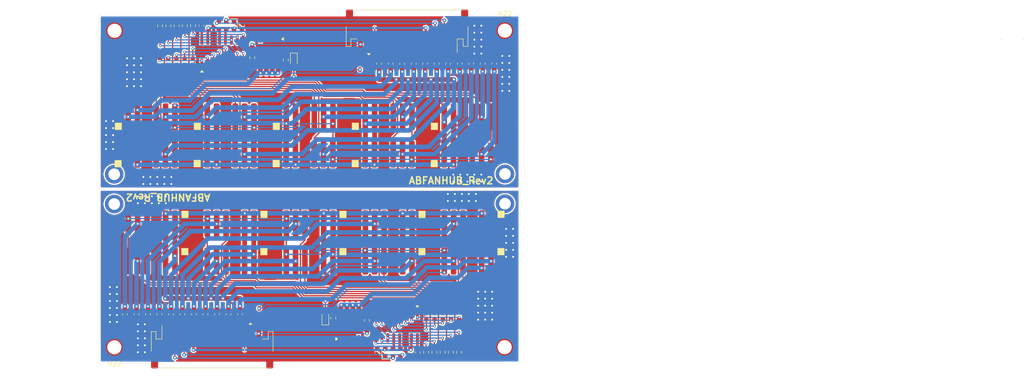
<source format=kicad_pcb>
(kicad_pcb (version 20211014) (generator pcbnew)
  (layers (0 "F.Cu" signal) (31 "B.Cu" signal) (34 "B.Paste" user) (35 "F.Paste" user) (36 "B.SilkS" user "B.Silkscreen") (37 "F.SilkS" user "F.Silkscreen") (38 "B.Mask" user) (39 "F.Mask" user) (44 "Edge.Cuts" user))
  (net 0 "")
  (net 1 "P31")
  (net 2 "P30")
  (net 3 "P33")
  (net 4 "GND")
  (net 5 "P11")
  (net 6 "P34")
  (net 7 "D+")
  (net 8 "P16")
  (net 9 "P17")
  (net 10 "V33")
  (net 11 "P32")
  (net 12 "P14")
  (net 13 "P15")
  (net 14 "+5V")
  (net 15 "G_FAN")
  (net 16 "STRIP10")
  (net 17 "STRIP9")
  (net 18 "STRIP8")
  (net 19 "STRIP7")
  (net 20 "STRIP6")
  (net 21 "STRIP5")
  (net 22 "STRIP4")
  (net 23 "STRIP3")
  (net 24 "STRIP2")
  (net 25 "STRIP1")
  (net 26 "+12VA")
  (net 27 "Net-(F1-Pad1)")
  (net 28 "Net-(F2-Pad1)")
  (net 29 "Net-(F3-Pad1)")
  (net 30 "Net-(F4-Pad1)")
  (net 31 "Net-(F5-Pad1)")
  (net 32 "Net-(F6-Pad1)")
  (net 33 "Net-(F7-Pad1)")
  (net 34 "Net-(F8-Pad1)")
  (net 35 "Net-(F9-Pad1)")
  (net 36 "Net-(F10-Pad1)")
  (net 37 "Net-(D3-Pad1)")
  (net 38 "Net-(D4-Pad1)")
  (net 39 "DM")
  (net 40 "PWM_Chasis")
  (net 41 "+12V")
  (net 42 "PWM_Out")
  (net 44 "DP")
  (net 45 "D-")
  (net 46 "PWM_Chasis_OUT")
  (footprint "PH2mm6P:JST_PH_B6B-PH-K_1x06_P2.00mm_Vertical" (layer "F.Cu") (at 167.76875 82.16 180)
    (fp_text reference "J5" hide)
    (fp_text value "Conn_01x06")
  )
  (footprint "PH2mm6P:JST_PH_B6B-PH-K_1x06_P2.00mm_Vertical" (layer "F.Cu") (at 150.81875 82.16 180)
    (fp_text reference "J6" hide)
    (fp_text value "Conn_01x06")
  )
  (footprint "PH2mm6P:JST_PH_B6B-PH-K_1x06_P2.00mm_Vertical" (layer "F.Cu") (at 133.86875 82.16 180)
    (fp_text reference "J7" hide)
    (fp_text value "Conn_01x06")
  )
  (footprint "PH2mm6P:JST_PH_B6B-PH-K_1x06_P2.00mm_Vertical" (layer "F.Cu") (at 116.91875 82.16 180)
    (fp_text reference "J8" hide)
    (fp_text value "Conn_01x06")
  )
  (footprint "PH2mm6P:JST_PH_B6B-PH-K_1x06_P2.00mm_Vertical" (layer "F.Cu") (at 99.96875 82.185 180)
    (fp_text reference "J9" hide)
    (fp_text value "Conn_01x06")
  )
  (footprint "PH2mm6P:JST_PH_B6B-PH-K_1x06_P2.00mm_Vertical" (layer "F.Cu") (at 99.99375 74.16 180)
    (fp_text reference "J10" hide)
    (fp_text value "Conn_01x06")
  )
  (footprint "PH2mm6P:JST_PH_B6B-PH-K_1x06_P2.00mm_Vertical" (layer "F.Cu") (at 116.94375 74.16 180)
    (fp_text reference "J11" hide)
    (fp_text value "Conn_01x06")
  )
  (footprint "PH2mm6P:JST_PH_B6B-PH-K_1x06_P2.00mm_Vertical" (layer "F.Cu") (at 133.89375 74.16 180)
    (fp_text reference "J12" hide)
    (fp_text value "Conn_01x06")
  )
  (footprint "PH2mm6P:JST_PH_B6B-PH-K_1x06_P2.00mm_Vertical" (layer "F.Cu") (at 150.84375 74.16 180)
    (fp_text reference "J13" hide)
    (fp_text value "Conn_01x06")
  )
  (footprint "PH2mm6P:JST_PH_B6B-PH-K_1x06_P2.00mm_Vertical" (layer "F.Cu") (at 167.79375 74.16 180)
    (fp_text reference "J14" hide)
    (fp_text value "Conn_01x06")
  )
  (footprint "Mounting_Wuerth:Mounting_Wuerth_WA-SMSI-M2_H1.5mm_9774015243" (layer "F.Cu") (at 175.84375 88.11)
    (fp_text reference "H21" hide)
    (fp_text value "MountingHole")
  )
  (footprint "Mounting_Wuerth:Mounting_Wuerth_WA-SMSI-M2_H1.5mm_9774015243" (layer "F.Cu") (at 175.81875 57.335)
    (fp_text reference "H22")
    (fp_text value "MountingHole" hide)
  )
  (footprint "Mounting_Wuerth:Mounting_Wuerth_WA-SMSI-M2_H1.5mm_9774015243" (layer "F.Cu") (at 92.09375 57.36)
    (fp_text reference "H23" hide)
    (fp_text value "MountingHole")
  )
  (footprint "Mounting_Wuerth:Mounting_Wuerth_WA-SMSI-M2_H1.5mm_9774015243" (layer "F.Cu") (at 92.01875 88.185)
    (fp_text reference "H24" hide)
    (fp_text value "MountingHole")
  )
  (footprint "Fuse:Fuse_0603_1608Metric" (layer "F.Cu") (at 148.85875 64.4275 -90)
    (fp_text reference "F11" hide)
    (fp_text value "12v -5A")
  )
  (footprint "Capacitor_SMD:C_0603_1608Metric" (layer "F.Cu") (at 112.28375 56.24 90)
    (fp_text reference "C7" hide)
    (fp_text value "106")
  )
  (footprint "Ambino Custom SIP:SOP-8_3.9x4.9mm_P1.27mm" (layer "F.Cu") (at 125.29875 61.75 -90)
    (fp_text reference "Q1" hide)
    (fp_text value "AO4468")
  )
  (footprint "Resistor_SMD:R_0603_1608Metric" (layer "F.Cu") (at 121.62875 59.97 90)
    (fp_text reference "R1" hide)
    (fp_text value "33R" hide)
  )
  (footprint "Connector_JST:JST_PH_S11B-PH-SM4-TB_1x11-1MP_P2.00mm_Horizontal" (layer "F.Cu") (at 154.83875 57.4 180)
    (fp_text reference "J1" hide)
    (fp_text value "https://item.taobao.com/item.htm?spm=a230r.1.14.26.6bd9268cVFT1zz&id=650810526680&ns=1&abbucket=4#detail")
  )
  (footprint "Fuse:Fuse_0603_1608Metric" (layer "F.Cu") (at 166.136304 64.4275 90)
    (fp_text reference "F3" hide)
    (fp_text value "5v-1.5A" hide)
  )
  (footprint "Fuse:Fuse_0603_1608Metric" (layer "F.Cu") (at 158.731638 64.4275 90)
    (fp_text reference "F9" hide)
    (fp_text value "5v-1.5A" hide)
  )
  (footprint "Fuse:Fuse_0603_1608Metric" (layer "F.Cu") (at 168.604526 64.4275 90)
    (fp_text reference "F2" hide)
    (fp_text value "5v-1.5A" hide)
  )
  (footprint "Fuse:Fuse_0603_1608Metric" (layer "F.Cu") (at 156.263416 64.4275 90)
    (fp_text reference "F8" hide)
    (fp_text value "5v-1.5A" hide)
  )
  (footprint "Fuse:Fuse_0603_1608Metric" (layer "F.Cu") (at 163.668082 64.4275 90)
    (fp_text reference "F4" hide)
    (fp_text value "5v-1.5A" hide)
  )
  (footprint "Fuse:Fuse_0603_1608Metric" (layer "F.Cu") (at 151.326972 64.4275 90)
    (fp_text reference "F6" hide)
    (fp_text value "5v-1.5A" hide)
  )
  (footprint "Fuse:Fuse_0603_1608Metric" (layer "F.Cu") (at 153.795194 64.4275 90)
    (fp_text reference "F7" hide)
    (fp_text value "5v-1.5A" hide)
  )
  (footprint "Fuse:Fuse_0603_1608Metric" (layer "F.Cu") (at 171.072748 64.4275 90)
    (fp_text reference "F10" hide)
    (fp_text value "5v-1.5A" hide)
  )
  (footprint "Fuse:Fuse_0603_1608Metric" (layer "F.Cu") (at 173.540974 64.4275 90)
    (fp_text reference "F1" hide)
    (fp_text value "5v-1.5A" hide)
  )
  (footprint "Fuse:Fuse_0603_1608Metric" (layer "F.Cu") (at 161.19986 64.4275 90)
    (fp_text reference "F5" hide)
    (fp_text value "5v-1.5A" hide)
  )
  (footprint "Resistor_SMD:R_0603_1608Metric" (layer "F.Cu") (at 103.6015 64.12 -90)
    (fp_text reference "R9" hide)
    (fp_text value "220R")
  )
  (footprint "Resistor_SMD:R_0603_1608Metric" (layer "F.Cu") (at 105.39875 56.28 90)
    (fp_text reference "R7" hide)
    (fp_text value "220R")
  )
  (footprint "Resistor_SMD:R_0603_1608Metric" (layer "F.Cu") (at 103.63375 56.28 90)
    (fp_text reference "R11" hide)
    (fp_text value "220R" hide)
  )
  (footprint "Resistor_SMD:R_0603_1608Metric" (layer "F.Cu") (at 101.84575 64.12 -90)
    (fp_text reference "R13" hide)
    (fp_text value "220R")
  )
  (footprint "Resistor_SMD:R_0603_1608Metric" (layer "F.Cu") (at 101.86875 56.28 90)
    (fp_text reference "R15" hide)
    (fp_text value "220R")
  )
  (footprint "LED_SMD:LED_0603_1608Metric" (layer "F.Cu") (at 117.70875 56.26 -90)
    (fp_text reference "D3" hide)
    (fp_text value "LED_BLUE" hide)
  )
  (footprint "LED_SMD:LED_0603_1608Metric" (layer "F.Cu") (at 130.54875 63.635 -90)
    (fp_text reference "D4" hide)
    (fp_text value "LED_GREEN" hide)
  )
  (footprint "Resistor_SMD:R_0603_1608Metric" (layer "F.Cu") (at 128.82875 63.615 -90)
    (fp_text reference "R21" hide)
    (fp_text value "1K" hide)
  )
  (footprint "Capacitor_SMD:C_0603_1608Metric" (layer "F.Cu") (at 110.73375 56.24 90)
    (fp_text reference "C6" hide)
    (fp_text value "104")
  )
  (footprint "Resistor_SMD:R_0603_1608Metric" (layer "F.Cu") (at 119.41875 56.25 90)
    (fp_text reference "R20" hide)
    (fp_text value "330R" hide)
  )
  (footprint "Resistor_SMD:R_0603_1608Metric" (layer "F.Cu") (at 105.35725 64.12 -90)
    (fp_text reference "R8" hide)
    (fp_text value "220R")
  )
  (footprint "Resistor_SMD:R_0603_1608Metric" (layer "F.Cu") (at 108.92875 56.28 90)
    (fp_text reference "R14" hide)
    (fp_text value "220R")
  )
  (footprint "Resistor_SMD:R_0603_1608Metric" (layer "F.Cu") (at 108.86875 64.12 -90)
    (fp_text reference "R16" hide)
    (fp_text value "220R")
  )
  (footprint "Resistor_SMD:R_0603_1608Metric" (layer "F.Cu") (at 107.16375 56.28 90)
    (fp_text reference "R10" hide)
    (fp_text value "220R")
  )
  (footprint "Resistor_SMD:R_0603_1608Metric" (layer "F.Cu") (at 107.113 64.12 -90)
    (fp_text reference "R12" hide)
    (fp_text value "220R")
  )
  (footprint "LED_SMD:LED_0603_1608Metric" (layer "F.Cu") (at 150.15568 126.426 90)
    (fp_text reference "D3" hide)
    (fp_text value "LED_BLUE" hide)
  )
  (footprint "Fuse:Fuse_0603_1608Metric" (layer "F.Cu") (at 104.196348 118.2585 -90)
    (fp_text reference "F4" hide)
    (fp_text value "5v-1.5A" hide)
  )
  (footprint "Resistor_SMD:R_0603_1608Metric" (layer "F.Cu") (at 165.99568 126.406 -90)
    (fp_text reference "R15" hide)
    (fp_text value "220R")
  )
  (footprint "Resistor_SMD:R_0603_1608Metric" (layer "F.Cu") (at 160.75143 118.566 90)
    (fp_text reference "R12" hide)
    (fp_text value "220R")
  )
  (footprint "Resistor_SMD:R_0603_1608Metric" (layer "F.Cu") (at 148.44568 126.436 -90)
    (fp_text reference "R20" hide)
    (fp_text value "330R" hide)
  )
  (footprint "Fuse:Fuse_0603_1608Metric" (layer "F.Cu") (at 106.66457 118.2585 -90)
    (fp_text reference "F5" hide)
    (fp_text value "5v-1.5A" hide)
  )
  (footprint "Resistor_SMD:R_0603_1608Metric" (layer "F.Cu") (at 146.23568 119.556 90)
    (fp_text reference "R2" hide)
    (fp_text value "10K")
  )
  (footprint "Connector_JST:JST_PH_S11B-PH-SM4-TB_1x11-1MP_P2.00mm_Horizontal" (layer "F.Cu") (at 113.02568 125.286)
    (fp_text reference "J1" hide)
    (fp_text value "https://item.taobao.com/item.htm?spm=a230r.1.14.26.6bd9268cVFT1zz&id=650810526680&ns=1&abbucket=4#detail")
  )
  (footprint "Package_SO:SOP-16_3.9x9.9mm_P1.27mm" (layer "F.Cu") (at 115.25375 61.86 90)
    (fp_text reference "U1" hide)
    (fp_text value "Ch552_SOP16")
  )
  (footprint "Fuse:Fuse_0603_1608Metric" (layer "F.Cu") (at 119.00568 118.2585 90)
    (fp_text reference "F11" hide)
    (fp_text value "12v -5A")
  )
  (footprint "Fuse:Fuse_0603_1608Metric" (layer "F.Cu") (at 109.132792 118.2585 -90)
    (fp_text reference "F9" hide)
    (fp_text value "5v-1.5A" hide)
  )
  (footprint "Ambino Custom SIP:SOP-8_3.9x4.9mm_P1.27mm" (layer "F.Cu") (at 142.56568 120.936 90)
    (fp_text reference "Q1" hide)
    (fp_text value "AO4468")
  )
  (footprint "Fuse:Fuse_0603_1608Metric" (layer "F.Cu") (at 96.791682 118.2585 -90)
    (fp_text reference "F10" hide)
    (fp_text value "5v-1.5A" hide)
  )
  (footprint "Ambino Custom SIP:SOT-23-5" (layer "F.Cu") (at 145.68875 64.6 -90)
    (fp_text reference "U2" hide)
    (fp_text value "SN74AHC1G125DBVR")
  )
  (footprint "Resistor_SMD:R_0603_1608Metric" (layer "F.Cu") (at 164.23068 126.406 -90)
    (fp_text reference "R11" hide)
    (fp_text value "220R" hide)
  )
  (footprint "PH2mm6P:JST_PH_B6B-PH-K_1x06_P2.00mm_Vertical" (layer "F.Cu") (at 133.99568 100.526)
    (fp_text reference "J7" hide)
    (fp_text value "Conn_01x06")
  )
  (footprint "PH2mm6P:JST_PH_B6B-PH-K_1x06_P2.00mm_Vertical" (layer "F.Cu") (at 167.89568 100.501)
    (fp_text reference "J9" hide)
    (fp_text value "Conn_01x06")
  )
  (footprint "Fuse:Fuse_0603_1608Metric" (layer "F.Cu") (at 99.259904 118.2585 -90)
    (fp_text reference "F2" hide)
    (fp_text value "5v-1.5A" hide)
  )
  (footprint "PH2mm6P:JST_PH_B6B-PH-K_1x06_P2.00mm_Vertical" (layer "F.Cu") (at 150.92068 108.526)
    (fp_text reference "J11" hide)
    (fp_text value "Conn_01x06")
  )
  (footprint "PH2mm6P:JST_PH_B6B-PH-K_1x06_P2.00mm_Vertical" (layer "F.Cu") (at 100.07068 108.526)
    (fp_text reference "J14" hide)
    (fp_text value "Conn_01x06")
  )
  (footprint "Resistor_SMD:R_0603_1608Metric" (layer "F.Cu") (at 146.23568 122.716 -90)
    (fp_text reference "R1" hide)
    (fp_text value "33R" hide)
  )
  (footprint "Resistor_SMD:R_0603_1608Metric" (layer "F.Cu") (at 164.26293 118.566 90)
    (fp_text reference "R9" hide)
    (fp_text value "220R")
  )
  (footprint "PH2mm6P:JST_PH_B6B-PH-K_1x06_P2.00mm_Vertical" (layer "F.Cu") (at 167.87068 108.526)
    (fp_text reference "J10" hide)
    (fp_text value "Conn_01x06")
  )
  (footprint "Capacitor_SMD:C_0603_1608Metric" (layer "F.Cu") (at 155.58068 126.446 -90)
    (fp_text reference "C7" hide)
    (fp_text value "106")
  )
  (footprint "Ambino Custom SIP:SOT-23-5" (layer "F.Cu") (at 122.17568 118.086 90)
    (fp_text reference "U2" hide)
    (fp_text value "SN74AHC1G125DBVR")
  )
  (footprint "Resistor_SMD:R_0603_1608Metric" (layer "F.Cu") (at 116.04175 56.26 -90)
    (fp_text reference "R18" hide)
    (fp_text value "33R")
  )
  (footprint "Package_SO:SOP-16_3.9x9.9mm_P1.27mm" (layer "F.Cu") (at 152.61068 120.826 -90)
    (fp_text reference "U1" hide)
    (fp_text value "Ch552_SOP16")
  )
  (footprint "Fuse:Fuse_0603_1608Metric" (layer "F.Cu") (at 101.728126 118.2585 -90)
    (fp_text reference "F3" hide)
    (fp_text value "5v-1.5A" hide)
  )
  (footprint "Fuse:Fuse_0603_1608Metric" (layer "F.Cu") (at 111.601014 118.2585 -90)
    (fp_text reference "F8" hide)
    (fp_text value "5v-1.5A" hide)
  )
  (footprint "Resistor_SMD:R_0603_1608Metric" (layer "F.Cu") (at 162.46568 126.406 -90)
    (fp_text reference "R7" hide)
    (fp_text value "220R")
  )
  (footprint "Fuse:Fuse_0603_1608Metric" (layer "F.Cu") (at 94.323456 118.2585 -90)
    (fp_text reference "F1" hide)
    (fp_text value "5v-1.5A" hide)
  )
  (footprint "PH2mm6P:JST_PH_B6B-PH-K_1x06_P2.00mm_Vertical" (layer "F.Cu") (at 133.97068 108.526)
    (fp_text reference "J12" hide)
    (fp_text value "Conn_01x06")
  )
  (footprint "PH2mm6P:JST_PH_B6B-PH-K_1x06_P2.00mm_Vertical" (layer "F.Cu") (at 100.09568 100.526)
    (fp_text reference "J5" hide)
    (fp_text value "Conn_01x06")
  )
  (footprint "Mounting_Wuerth:Mounting_Wuerth_WA-SMSI-M2_H1.5mm_9774015243" (layer "F.Cu") (at 92.02068 94.576 180)
    (fp_text reference "H21" hide)
    (fp_text value "MountingHole")
  )
  (footprint "Fuse:Fuse_0603_1608Metric" (layer "F.Cu") (at 114.069236 118.2585 -90)
    (fp_text reference "F7" hide)
    (fp_text value "5v-1.5A" hide)
  )
  (footprint "Mounting_Wuerth:Mounting_Wuerth_WA-SMSI-M2_H1.5mm_9774015243" (layer "F.Cu") (at 175.77068 125.326 180)
    (fp_text reference "H23" hide)
    (fp_text value "MountingHole")
  )
  (footprint "PH2mm6P:JST_PH_B6B-PH-K_1x06_P2.00mm_Vertical" (layer "F.Cu") (at 150.94568 100.526)
    (fp_text reference "J8" hide)
    (fp_text value "Conn_01x06")
  )
  (footprint "Mounting_Wuerth:Mounting_Wuerth_WA-SMSI-M2_H1.5mm_9774015243" (layer "F.Cu") (at 175.84568 94.501 180)
    (fp_text reference "H24" hide)
    (fp_text value "MountingHole")
  )
  (footprint "Resistor_SMD:R_0603_1608Metric" (layer "F.Cu") (at 153.41268 126.436 90)
    (fp_text reference "R17" hide)
    (fp_text value "33R")
  )
  (footprint "Resistor_SMD:R_0603_1608Metric" (layer "F.Cu") (at 166.01868 118.566 90)
    (fp_text reference "R13" hide)
    (fp_text value "220R")
  )
  (footprint "Resistor_SMD:R_0603_1608Metric" (layer "F.Cu") (at 114.45175 56.25 -90)
    (fp_text reference "R17" hide)
    (fp_text value "33R")
  )
  (footprint "Fuse:Fuse_0603_1608Metric" (layer "F.Cu") (at 116.537458 118.2585 -90)
    (fp_text reference "F6" hide)
    (fp_text value "5v-1.5A" hide)
  )
  (footprint "Resistor_SMD:R_0603_1608Metric" (layer "F.Cu") (at 139.03568 119.071 90)
    (fp_text reference "R21" hide)
    (fp_text value "1K" hide)
  )
  (footprint "Resistor_SMD:R_0603_1608Metric" (layer "F.Cu") (at 158.93568 126.406 -90)
    (fp_text reference "R14" hide)
    (fp_text value "220R")
  )
  (footprint "LED_SMD:LED_0603_1608Metric" (layer "F.Cu") (at 137.31568 119.051 90)
    (fp_text reference "D4" hide)
    (fp_text value "LED_GREEN" hide)
  )
  (footprint "PH2mm6P:JST_PH_B6B-PH-K_1x06_P2.00mm_Vertical" (layer "F.Cu") (at 117.04568 100.526)
    (fp_text reference "J6" hide)
    (fp_text value "Conn_01x06")
  )
  (footprint "Capacitor_SMD:C_0603_1608Metric" (layer "F.Cu") (at 157.13068 126.446 -90)
    (fp_text reference "C6" hide)
    (fp_text value "104")
  )
  (footprint "PH2mm6P:JST_PH_B6B-PH-K_1x06_P2.00mm_Vertical" (layer "F.Cu") (at 117.02068 108.526)
    (fp_text reference "J13" hide)
    (fp_text value "Conn_01x06")
  )
  (footprint "Resistor_SMD:R_0603_1608Metric" (layer "F.Cu") (at 121.62875 63.13 -90)
    (fp_text reference "R2" hide)
    (fp_text value "10K")
  )
  (footprint "Mounting_Wuerth:Mounting_Wuerth_WA-SMSI-M2_H1.5mm_9774015243" (layer "F.Cu") (at 92.04568 125.351 180)
    (fp_text reference "H22")
    (fp_text value "MountingHole" hide)
  )
  (footprint "Resistor_SMD:R_0603_1608Metric" (layer "F.Cu") (at 151.82268 126.426 90)
    (fp_text reference "R18" hide)
    (fp_text value "33R")
  )
  (footprint "Resistor_SMD:R_0603_1608Metric" (layer "F.Cu") (at 160.70068 126.406 -90)
    (fp_text reference "R10" hide)
    (fp_text value "220R")
  )
  (footprint "Resistor_SMD:R_0603_1608Metric" (layer "F.Cu") (at 158.99568 118.566 90)
    (fp_text reference "R16" hide)
    (fp_text value "220R")
  )
  (footprint "Resistor_SMD:R_0603_1608Metric" (layer "F.Cu") (at 162.50718 118.566 90)
    (fp_text reference "R8" hide)
    (fp_text value "220R")
  )
  (gr_line (start 126.44168 129.704) (end 99.77168 129.704) (layer "Edge.Cuts") (width 0.05))
  (gr_line (start 168.09275 52.982) (end 168.09275 53.998) (layer "Edge.Cuts") (width 0.05))
  (gr_curve (pts (xy 282.085051 59.27003) (xy 282.085051 59.27003) (xy 282.085051 59.27003) (xy 282.085051 59.27003)) (layer "Edge.Cuts") (width 0.2))
  (gr_line (start 99.77168 128.688) (end 88.84968 128.688) (layer "Edge.Cuts") (width 0.05))
  (gr_line (start 88.84475 53.998) (end 141.42275 53.998) (layer "Edge.Cuts") (width 0.05))
  (gr_line (start 99.77168 129.704) (end 99.77168 128.688) (layer "Edge.Cuts") (width 0.05))
  (gr_line (start 141.42275 53.998) (end 141.42275 52.982) (layer "Edge.Cuts") (width 0.05))
  (gr_line (start 126.44168 128.688) (end 126.44168 129.704) (layer "Edge.Cuts") (width 0.05))
  (gr_curve (pts (xy 287.085091 59.27003) (xy 287.085091 59.27003) (xy 287.085091 59.27003) (xy 287.085091 59.27003)) (layer "Edge.Cuts") (width 0.2))
  (gr_line (start 179.01475 53.998) (end 179.01475 54.252) (layer "Edge.Cuts") (width 0.05))
  (gr_line (start 179.01968 91.35) (end 179.01475 54.252) (layer "Edge.Cuts") (width 0.05))
  (gr_line (start 88.84968 91.35) (end 88.84475 53.998) (layer "Edge.Cuts") (width 0.05))
  (gr_line (start 179.01968 128.688) (end 126.44168 128.688) (layer "Edge.Cuts") (width 0.05))
  (gr_line (start 179.01968 91.35) (end 179.01968 128.688) (layer "Edge.Cuts") (width 0.05))
  (gr_line (start 141.42275 52.982) (end 168.09275 52.982) (layer "Edge.Cuts") (width 0.05))
  (gr_line (start 88.84968 128.688) (end 88.84968 128.434) (layer "Edge.Cuts") (width 0.05))
  (gr_line (start 88.84968 128.434) (end 88.84968 91.35) (layer "Edge.Cuts") (width 0.05))
  (gr_line (start 168.09275 53.998) (end 179.01475 53.998) (layer "Edge.Cuts") (width 0.05))
  (gr_text "ABFANHUB_Rev2" (at 164.28275 89.558) (layer "F.SilkS") (effects (font (size 1.5 1.5) (thickness 0.3))))
  (gr_text "ABFANHUB_Rev2" (at 103.58168 93.128 180) (layer "F.SilkS") (effects (font (size 1.5 1.5) (thickness 0.3))))
  (segment (start 101.86875 60.53) (end 101.86875 57.105) (width 0.25) (layer "F.Cu") (net 1))
  (segment (start 149.43568 120.426) (end 149.41568 120.446) (width 0.25) (layer "F.Cu") (net 1))
  (segment (start 101.914239 60.575489) (end 101.86875 60.53) (width 0.25) (layer "F.Cu") (net 1))
  (segment (start 165.950191 122.110511) (end 165.99568 122.156) (width 0.25) (layer "F.Cu") (net 1))
  (segment (start 149.43568 118.326) (end 149.43568 120.426) (width 0.25) (layer "F.Cu") (net 1))
  (segment (start 118.42875 62.26) (end 118.44875 62.24) (width 0.25) (layer "F.Cu") (net 1))
  (segment (start 118.42875 64.36) (end 118.42875 62.26) (width 0.25) (layer "F.Cu") (net 1))
  (segment (start 165.99568 122.156) (end 165.99568 125.581) (width 0.25) (layer "F.Cu") (net 1))
  (via (at 101.914239 60.575489) (size 0.6) (drill 0.3) (layers "F.Cu" "B.Cu") (net 1))
  (via (at 165.950191 122.110511) (size 0.6) (drill 0.3) (layers "F.Cu" "B.Cu") (net 1))
  (via (at 149.41568 120.446) (size 0.6) (drill 0.3) (layers "F.Cu" "B.Cu") (net 1))
  (via (at 118.44875 62.24) (size 0.6) (drill 0.3) (layers "F.Cu" "B.Cu") (net 1))
  (segment (start 149.41568 120.446) (end 151.080191 122.110511) (width 0.25) (layer "B.Cu") (net 1))
  (segment (start 151.080191 122.110511) (end 165.950191 122.110511) (width 0.25) (layer "B.Cu") (net 1))
  (segment (start 118.44875 62.24) (end 116.784239 60.575489) (width 0.25) (layer "B.Cu") (net 1))
  (segment (start 116.784239 60.575489) (end 101.914239 60.575489) (width 0.25) (layer "B.Cu") (net 1))
  (segment (start 148.16568 118.326) (end 148.16568 120.426) (width 0.25) (layer "F.Cu") (net 2))
  (segment (start 164.23068 122.740011) (end 164.23068 125.581) (width 0.25) (layer "F.Cu") (net 2))
  (segment (start 103.63875 59.950989) (end 103.63375 59.945989) (width 0.25) (layer "F.Cu") (net 2))
  (segment (start 103.63375 59.945989) (end 103.63375 57.105) (width 0.25) (layer "F.Cu") (net 2))
  (segment (start 119.69875 64.36) (end 119.69875 62.26) (width 0.25) (layer "F.Cu") (net 2))
  (segment (start 164.22568 122.735011) (end 164.23068 122.740011) (width 0.25) (layer "F.Cu") (net 2))
  (via (at 103.63875 59.950989) (size 0.6) (drill 0.3) (layers "F.Cu" "B.Cu") (net 2))
  (via (at 164.22568 122.735011) (size 0.6) (drill 0.3) (layers "F.Cu" "B.Cu") (net 2))
  (via (at 119.69875 62.26) (size 0.6) (drill 0.3) (layers "F.Cu" "B.Cu") (net 2))
  (via (at 148.16568 120.426) (size 0.6) (drill 0.3) (layers "F.Cu" "B.Cu") (net 2))
  (segment (start 103.649739 59.94) (end 103.63875 59.950989) (width 0.25) (layer "B.Cu") (net 2))
  (segment (start 119.69875 62.26) (end 117.37875 59.94) (width 0.25) (layer "B.Cu") (net 2))
  (segment (start 148.16568 120.426) (end 150.48568 122.746) (width 0.25) (layer "B.Cu") (net 2))
  (segment (start 117.37875 59.94) (end 103.649739 59.94) (width 0.25) (layer "B.Cu") (net 2))
  (segment (start 150.48568 122.746) (end 164.214691 122.746) (width 0.25) (layer "B.Cu") (net 2))
  (segment (start 164.214691 122.746) (end 164.22568 122.735011) (width 0.25) (layer "B.Cu") (net 2))
  (segment (start 149.43568 123.926) (end 149.43568 123.326) (width 0.25) (layer "F.Cu") (net 3))
  (segment (start 160.68568 124.056) (end 160.68568 125.566) (width 0.25) (layer "F.Cu") (net 3))
  (segment (start 107.17875 57.12) (end 107.16375 57.105) (width 0.25) (layer "F.Cu") (net 3))
  (segment (start 107.17875 58.63) (end 107.17875 57.12) (width 0.25) (layer "F.Cu") (net 3))
  (segment (start 160.68568 125.566) (end 160.70068 125.581) (width 0.25) (layer "F.Cu") (net 3))
  (segment (start 118.42875 58.76) (end 118.42875 59.36) (width 0.25) (layer "F.Cu") (net 3))
  (via (at 160.68568 124.056) (size 0.6) (drill 0.3) (layers "F.Cu" "B.Cu") (net 3))
  (via (at 149.43568 123.926) (size 0.6) (drill 0.3) (layers "F.Cu" "B.Cu") (net 3))
  (via (at 118.42875 58.76) (size 0.6) (drill 0.3) (layers "F.Cu" "B.Cu") (net 3))
  (via (at 107.17875 58.63) (size 0.6) (drill 0.3) (layers "F.Cu" "B.Cu") (net 3))
  (segment (start 118.42875 58.76) (end 118.359739 58.690989) (width 0.25) (layer "B.Cu") (net 3))
  (segment (start 149.43568 123.926) (end 149.504691 123.995011) (width 0.25) (layer "B.Cu") (net 3))
  (segment (start 160.624691 123.995011) (end 160.68568 124.056) (width 0.25) (layer "B.Cu") (net 3))
  (segment (start 118.359739 58.690989) (end 107.239739 58.690989) (width 0.25) (layer "B.Cu") (net 3))
  (segment (start 107.239739 58.690989) (end 107.17875 58.63) (width 0.25) (layer "B.Cu") (net 3))
  (segment (start 149.504691 123.995011) (end 160.624691 123.995011) (width 0.25) (layer "B.Cu") (net 3))
  (segment (start 134.93568 98.851) (end 134.96068 98.826) (width 1) (layer "F.Cu") (net 4))
  (segment (start 149.87875 75.86) (end 149.87875 83.835) (width 1) (layer "F.Cu") (net 4))
  (segment (start 101.03568 98.851) (end 101.06068 98.826) (width 1) (layer "F.Cu") (net 4))
  (segment (start 134.93568 106.826) (end 134.93568 98.851) (width 1) (layer "F.Cu") (net 4))
  (segment (start 151.88568 98.851) (end 151.91068 98.826) (width 1) (layer "F.Cu") (net 4))
  (segment (start 113.34875 56.53) (end 112.28375 55.465) (width 0.5) (layer "F.Cu") (net 4))
  (segment (start 168.83568 98.826) (end 168.86068 98.801) (width 1) (layer "F.Cu") (net 4))
  (segment (start 121.22568 120.236) (end 121.22568 119.186) (width 0.5) (layer "F.Cu") (net 4))
  (segment (start 149.87875 83.835) (end 149.85375 83.86) (width 1) (layer "F.Cu") (net 4))
  (segment (start 117.98568 98.851) (end 118.01068 98.826) (width 1) (layer "F.Cu") (net 4))
  (segment (start 132.92875 75.86) (end 132.92875 83.835) (width 1) (layer "F.Cu") (net 4))
  (segment (start 117.98568 106.826) (end 117.98568 98.851) (width 1) (layer "F.Cu") (net 4))
  (segment (start 113.34875 59.36) (end 113.34875 56.53) (width 0.5) (layer "F.Cu") (net 4))
  (segment (start 154.51568 126.156) (end 155.58068 127.221) (width 0.5) (layer "F.Cu") (net 4))
  (segment (start 112.28375 55.465) (end 110.73375 55.465) (width 0.5) (layer "F.Cu") (net 4))
  (segment (start 99.02875 83.86) (end 99.00375 83.885) (width 1) (layer "F.Cu") (net 4))
  (segment (start 115.97875 83.835) (end 115.95375 83.86) (width 1) (layer "F.Cu") (net 4))
  (segment (start 154.51568 123.326) (end 154.51568 126.156) (width 0.5) (layer "F.Cu") (net 4))
  (segment (start 155.58068 127.221) (end 157.13068 127.221) (width 0.5) (layer "F.Cu") (net 4))
  (segment (start 121.02568 120.436) (end 121.22568 120.236) (width 0.5) (layer "F.Cu") (net 4))
  (segment (start 166.82875 83.835) (end 166.80375 83.86) (width 1) (layer "F.Cu") (net 4))
  (segment (start 146.83875 60.25) (end 146.83875 62.25) (width 0.5) (layer "F.Cu") (net 4))
  (segment (start 146.63875 62.45) (end 146.63875 63.5) (width 0.5) (layer "F.Cu") (net 4))
  (segment (start 151.88568 106.826) (end 151.88568 98.851) (width 1) (layer "F.Cu") (net 4))
  (segment (start 166.82875 75.86) (end 166.82875 83.835) (width 1) (layer "F.Cu") (net 4))
  (segment (start 132.92875 83.835) (end 132.90375 83.86) (width 1) (layer "F.Cu") (net 4))
  (segment (start 146.83875 62.25) (end 146.63875 62.45) (width 0.5) (layer "F.Cu") (net 4))
  (segment (start 99.02875 75.86) (end 99.02875 83.86) (width 1) (layer "F.Cu") (net 4))
  (segment (start 168.83568 106.826) (end 168.83568 98.826) (width 1) (layer "F.Cu") (net 4))
  (segment (start 101.03568 106.826) (end 101.03568 98.851) (width 1) (layer "F.Cu") (net 4))
  (segment (start 121.02568 122.436) (end 121.02568 120.436) (width 0.5) (layer "F.Cu") (net 4))
  (segment (start 115.97875 75.86) (end 115.97875 83.835) (width 1) (layer "F.Cu") (net 4))
  (via (at 98.59568 123.416) (size 0.8) (drill 0.4) (layers "F.Cu" "B.Cu") (net 4))
  (via (at 92.59568 112.416) (size 0.8) (drill 0.4) (layers "F.Cu" "B.Cu") (net 4))
  (via (at 90.26875 82.77) (size 0.8) (drill 0.4) (layers "F.Cu" "B.Cu") (net 4))
  (via (at 171.59568 116.416) (size 0.8) (drill 0.4) (layers "F.Cu" "B.Cu") (net 4))
  (via (at 176.09568 102.916) (size 0.8) (drill 0.4) (layers "F.Cu" "B.Cu") (net 4))
  (via (at 176.76875 62.77) (size 0.8) (drill 0.4) (layers "F.Cu" "B.Cu") (net 4))
  (via (at 170.76875 89.77) (size 0.8) (drill 0.4) (layers "F.Cu" "B.Cu") (net 4))
  (via (at 176.76875 68.77) (size 0.8) (drill 0.4) (layers "F.Cu" "B.Cu") (net 4))
  (via (at 99.76875 90.27) (size 0.8) (drill 0.4) (layers "F.Cu" "B.Cu") (net 4))
  (via (at 102.76875 90.27) (size 0.8) (drill 0.4) (layers "F.Cu" "B.Cu") (net 4))
  (via (at 91.76875 78.27) (size 0.8) (drill 0.4) (layers "F.Cu" "B.Cu") (net 4))
  (via (at 94.76875 67.77) (size 0.8) (drill 0.4) (layers "F.Cu" "B.Cu") (net 4))
  (via (at 103.09568 92.916) (size 0.8) (drill 0.4) (layers "F.Cu" "B.Cu") (net 4))
  (via (at 169.26875 62.27) (size 0.8) (drill 0.4) (layers "F.Cu" "B.Cu") (net 4))
  (via (at 97.76875 69.27) (size 0.8) (drill 0.4) (layers "F.Cu" "B.Cu") (net 4))
  (via (at 92.59568 119.916) (size 0.8) (drill 0.4) (layers "F.Cu" "B.Cu") (net 4))
  (via (at 97.76875 66.27) (size 0.8) (drill 0.4) (layers "F.Cu" "B.Cu") (net 4))
  (via (at 97.09568 92.916) (size 0.8) (drill 0.4) (layers "F.Cu" "B.Cu") (net 4))
  (via (at 176.09568 101.416) (size 0.8) (drill 0.4) (layers "F.Cu" "B.Cu") (net 4))
  (via (at 166.59568 93.916) (size 0.8) (drill 0.4) (layers "F.Cu" "B.Cu") (net 4))
  (via (at 165.09568 93.916) (size 0.8) (drill 0.4) (layers "F.Cu" "B.Cu") (net 4))
  (via (at 91.09568 119.916) (size 0.8) (drill 0.4) (layers "F.Cu" "B.Cu") (net 4))
  (via (at 165.09568 92.416) (size 0.8) (drill 0.4) (layers "F.Cu" "B.Cu") (net 4))
  (via (at 97.76875 63.27) (size 0.8) (drill 0.4) (layers "F.Cu" "B.Cu") (net 4))
  (via (at 167.76875 88.27) (size 0.8) (drill 0.4) (layers "F.Cu" "B.Cu") (net 4))
  (via (at 91.09568 112.416) (size 0.8) (drill 0.4) (layers "F.Cu" "B.Cu") (net 4))
  (via (at 163.59568 93.916) (size 0.8) (drill 0.4) (layers "F.Cu" "B.Cu") (net 4))
  (via (at 91.09568 113.916) (size 0.8) (drill 0.4) (layers "F.Cu" "B.Cu") (net 4))
  (via (at 100.09568 94.416) (size 0.8) (drill 0.4) (layers "F.Cu" "B.Cu") (net 4))
  (via (at 171.59568 119.416) (size 0.8) (drill 0.4) (layers "F.Cu" "B.Cu") (net 4))
  (via (at 173.09568 117.916) (size 0.8) (drill 0.4) (layers "F.Cu" "B.Cu") (net 4))
  (via (at 170.09568 117.916) (size 0.8) (drill 0.4) (layers "F.Cu" "B.Cu") (net 4))
  (via (at 175.26875 67.27) (size 0.8) (drill 0.4) (layers "F.Cu" "B.Cu") (net 4))
  (via (at 169.59568 92.416) (size 0.8) (drill 0.4) (layers "F.Cu" "B.Cu") (net 4))
  (via (at 96.26875 66.27) (size 0.8) (drill 0.4) (layers "F.Cu" "B.Cu") (net 4))
  (via (at 102.76875 88.77) (size 0.8) (drill 0.4) (layers "F.Cu" "B.Cu") (net 4))
  (via (at 166.26875 89.77) (size 0.8) (drill 0.4) (layers "F.Cu" "B.Cu") (net 4))
  (via (at 170.09568 113.416) (size 0.8) (drill 0.4) (layers "F.Cu" "B.Cu") (net 4))
  (via (at 94.76875 69.27) (size 0.8) (drill 0.4) (layers "F.Cu" "B.Cu") (net 4))
  (via (at 175.26875 65.77) (size 0.8) (drill 0.4) (layers "F.Cu" "B.Cu") (net 4))
  (via (at 176.76875 64.27) (size 0.8) (drill 0.4) (layers "F.Cu" "B.Cu") (net 4))
  (via (at 169.59568 93.916) (size 0.8) (drill 0.4) (layers "F.Cu" "B.Cu") (net 4))
  (via (at 90.26875 81.27) (size 0.8) (drill 0.4) (layers "F.Cu" "B.Cu") (net 4))
  (via (at 176.76875 67.27) (size 0.8) (drill 0.4) (layers "F.Cu" "B.Cu") (net 4))
  (via (at 94.76875 66.27) (size 0.8) (drill 0.4) (layers "F.Cu" "B.Cu") (net 4))
  (via (at 164.76875 89.77) (size 0.8) (drill 0.4) (layers "F.Cu" "B.Cu") (net 4))
  (via (at 170.76875 56.27) (size 0.8) (drill 0.4) (layers "F.Cu" "B.Cu") (net 4))
  (via (at 98.59568 124.916) (size 0.8) (drill 0.4) (layers "F.Cu" "B.Cu") (net 4))
  (via (at 164.76875 88.27) (size 0.8) (drill 0.4) (layers "F.Cu" "B.Cu") (net 4))
  (via (at 91.76875 79.77) (size 0.8) (drill 0.4) (layers "F.Cu" "B.Cu") (net 4))
  (via (at 92.59568 116.916) (size 0.8) (drill 0.4) (layers "F.Cu" "B.Cu") (net 4))
  (via (at 171.59568 117.916) (size 0.8) (drill 0.4) (layers "F.Cu" "B.Cu") (net 4))
  (via (at 173.09568 119.416) (size 0.8) (drill 0.4) (layers "F.Cu" "B.Cu") (net 4))
  (via (at 98.26875 88.77) (size 0.8) (drill 0.4) (layers "F.Cu" "B.Cu") (net 4))
  (via (at 97.09568 120.416) (size 0.8) (drill 0.4) (layers "F.Cu" "B.Cu") (net 4))
  (via (at 90.26875 76.77) (size 0.8) (drill 0.4) (layers "F.Cu" "B.Cu") (net 4))
  (via (at 170.09568 114.916) (size 0.8) (drill 0.4) (layers "F.Cu" "B.Cu") (net 4))
  (via (at 166.59568 92.416) (size 0.8) (drill 0.4) (layers "F.Cu" "B.Cu") (net 4))
  (via (at 101.26875 90.27) (size 0.8) (drill 0.4) (layers "F.Cu" "B.Cu") (net 4))
  (via (at 97.09568 123.416) (size 0.8) (drill 0.4) (layers "F.Cu" "B.Cu") (net 4))
  (via (at 171.59568 114.916) (size 0.8) (drill 0.4) (layers "F.Cu" "B.Cu") (net 4))
  (via (at 103.09568 94.416) (size 0.8) (drill 0.4) (layers "F.Cu" "B.Cu") (net 4))
  (via (at 170.09568 119.416) (size 0.8) (drill 0.4) (layers "F.Cu" "B.Cu") (net 4))
  (via (at 170.76875 62.27) (size 0.8) (drill 0.4) (layers "F.Cu" "B.Cu") (net 4))
  (via (at 170.76875 59.27) (size 0.8) (drill 0.4) (layers "F.Cu" "B.Cu") (net 4))
  (via (at 101.59568 94.416) (size 0.8) (drill 0.4) (layers "F.Cu" "B.Cu") (net 4))
  (via (at 168.09568 93.916) (size 0.8) (drill 0.4) (layers "F.Cu" "B.Cu") (net 4))
  (via (at 170.76875 88.27) (size 0.8) (drill 0.4) (layers "F.Cu" "B.Cu") (net 4))
  (via (at 104.26875 88.77) (size 0.8) (drill 0.4) (layers "F.Cu" "B.Cu") (net 4))
  (via (at 168.09568 92.416) (size 0.8) (drill 0.4) (layers "F.Cu" "B.Cu") (net 4))
  (via (at 176.76875 70.27) (size 0.8) (drill 0.4) (layers "F.Cu" "B.Cu") (net 4))
  (via (at 170.76875 60.77) (size 0.8) (drill 0.4) (layers "F.Cu" "B.Cu") (net 4))
  (via (at 177.59568 99.916) (size 0.8) (drill 0.4) (layers "F.Cu" "B.Cu") (net 4))
  (via (at 98.59568 126.416) (size 0.8) (drill 0.4) (layers "F.Cu" "B.Cu") (net 4))
  (via (at 91.76875 81.27) (size 0.8) (drill 0.4) (layers "F.Cu" "B.Cu") (net 4))
  (via (at 171.59568 113.416) (size 0.8) (drill 0.4) (layers "F.Cu" "B.Cu") (net 4))
  (via (at 97.76875 64.77) (size 0.8) (drill 0.4) (layers "F.Cu" "B.Cu") (net 4))
  (via (at 94.76875 63.27) (size 0.8) (drill 0.4) (layers "F.Cu" "B.Cu") (net 4))
  (via (at 163.59568 92.416) (size 0.8) (drill 0.4) (layers "F.Cu" "B.Cu") (net 4))
  (via (at 169.26875 60.77) (size 0.8) (drill 0.4) (layers "F.Cu" "B.Cu") (net 4))
  (via (at 91.09568 116.916) (size 0.8) (drill 0.4) (layers "F.Cu" "B.Cu") (net 4))
  (via (at 101.59568 92.916) (size 0.8) (drill 0.4) (layers "F.Cu" "B.Cu") (net 4))
  (via (at 173.09568 114.916) (size 0.8) (drill 0.4) (layers "F.Cu" "B.Cu") (net 4))
  (via (at 175.26875 64.27) (size 0.8) (drill 0.4) (layers "F.Cu" "B.Cu") (net 4))
  (via (at 96.26875 63.27) (size 0.8) (drill 0.4) (layers "F.Cu" "B.Cu") (net 4))
  (via (at 167.76875 89.77) (size 0.8) (drill 0.4) (layers "F.Cu" "B.Cu") (net 4))
  (via (at 176.09568 104.416) (size 0.8) (drill 0.4) (layers "F.Cu" "B.Cu") (net 4))
  (via (at 177.59568 101.416) (size 0.8) (drill 0.4) (layers "F.Cu" "B.Cu") (net 4))
  (via (at 99.76875 88.77) (size 0.8) (drill 0.4) (layers "F.Cu" "B.Cu") (net 4))
  (via (at 177.59568 105.916) (size 0.8) (drill 0.4) (layers "F.Cu" "B.Cu") (net 4))
  (via (at 175.26875 68.77) (size 0.8) (drill 0.4) (layers "F.Cu" "B.Cu") (net 4))
  (via (at 170.09568 116.416) (size 0.8) (drill 0.4) (layers "F.Cu" "B.Cu") (net 4))
  (via (at 96.26875 67.77) (size 0.8) (drill 0.4) (layers "F.Cu" "B.Cu") (net 4))
  (via (at 104.26875 90.27) (size 0.8) (drill 0.4) (layers "F.Cu" "B.Cu") (net 4))
  (via (at 94.76875 64.77) (size 0.8) (drill 0.4) (layers "F.Cu" "B.Cu") (net 4))
  (via (at 98.59568 120.416) (size 0.8) (drill 0.4) (layers "F.Cu" "B.Cu") (net 4))
  (via (at 175.26875 62.77) (size 0.8) (drill 0.4) (layers "F.Cu" "B.Cu") (net 4))
  (via (at 176.09568 99.916) (size 0.8) (drill 0.4) (layers "F.Cu" "B.Cu") (net 4))
  (via (at 169.26875 56.27) (size 0.8) (drill 0.4) (layers "F.Cu" "B.Cu") (net 4))
  (via (at 91.76875 76.77) (size 0.8) (drill 0.4) (layers "F.Cu" "B.Cu") (net 4))
  (via (at 97.09568 126.416) (size 0.8) (drill 0.4) (layers "F.Cu" "B.Cu") (net 4))
  (via (at 92.59568 118.416) (size 0.8) (drill 0.4) (layers "F.Cu" "B.Cu") (net 4))
  (via (at 175.26875 70.27) (size 0.8) (drill 0.4) (layers "F.Cu" "B.Cu") (net 4))
  (via (at 96.26875 69.27) (size 0.8) (drill 0.4) (layers "F.Cu" "B.Cu") (net 4))
  (via (at 97.09568 94.416) (size 0.8) (drill 0.4) (layers "F.Cu" "B.Cu") (net 4))
  (via (at 97.09568 124.916) (size 0.8) (drill 0.4) (layers "F.Cu" "B.Cu") (net 4))
  (via (at 90.26875 78.27) (size 0.8) (drill 0.4) (layers "F.Cu" "B.Cu") (net 4))
  (via (at 97.09568 121.916) (size 0.8) (drill 0.4) (layers "F.Cu" "B.Cu") (net 4))
  (via (at 177.59568 102.916) (size 0.8) (drill 0.4) (layers "F.Cu" "B.Cu") (net 4))
  (via (at 169.26875 57.77) (size 0.8) (drill 0.4) (layers "F.Cu" "B.Cu") (net 4))
  (via (at 90.26875 79.77) (size 0.8) (drill 0.4) (layers "F.Cu" "B.Cu") (net 4))
  (via (at 166.26875 88.27) (size 0.8) (drill 0.4) (layers "F.Cu" "B.Cu") (net 4))
  (via (at 176.76875 65.77) (size 0.8) (drill 0.4) (layers "F.Cu" "B.Cu") (net 4))
  (via (at 92.59568 113.916) (size 0.8) (drill 0.4) (layers "F.Cu" "B.Cu") (net 4))
  (via (at 170.76875 57.77) (size 0.8) (drill 0.4) (layers "F.Cu" "B.Cu") (net 4))
  (via (at 97.76875 67.77) (size 0.8) (drill 0.4) (layers "F.Cu" "B.Cu") (net 4))
  (via (at 177.59568 104.416) (size 0.8) (drill 0.4) (layers "F.Cu" "B.Cu") (net 4))
  (via (at 101.26875 88.77) (size 0.8) (drill 0.4) (layers "F.Cu" "B.Cu") (net 4))
  (via (at 91.09568 115.416) (size 0.8) (drill 0.4) (layers "F.Cu" "B.Cu") (net 4))
  (via (at 173.09568 116.416) (size 0.8) (drill 0.4) (layers "F.Cu" "B.Cu") (net 4))
  (via (at 169.26875 88.27) (size 0.8) (drill 0.4) (layers "F.Cu" "B.Cu") (net 4))
  (via (at 92.59568 115.416) (size 0.8) (drill 0.4) (layers "F.Cu" "B.Cu") (net 4))
  (via (at 98.59568 121.916) (size 0.8) (drill 0.4) (layers "F.Cu" "B.Cu") (net 4))
  (via (at 100.09568 92.916) (size 0.8) (drill 0.4) (layers "F.Cu" "B.Cu") (net 4))
  (via (at 96.26875 64.77) (size 0.8) (drill 0.4) (layers "F.Cu" "B.Cu") (net 4))
  (via (at 98.59568 94.416) (size 0.8) (drill 0.4) (layers "F.Cu" "B.Cu") (net 4))
  (via (at 91.76875 82.77) (size 0.8) (drill 0.4) (layers "F.Cu" "B.Cu") (net 4))
  (via (at 91.09568 118.416) (size 0.8) (drill 0.4) (layers "F.Cu" "B.Cu") (net 4))
  (via (at 173.09568 113.416) (size 0.8) (drill 0.4) (layers "F.Cu" "B.Cu") (net 4))
  (via (at 98.59568 92.916) (size 0.8) (drill 0.4) (layers "F.Cu" "B.Cu") (net 4))
  (via (at 169.26875 59.27) (size 0.8) (drill 0.4) (layers "F.Cu" "B.Cu") (net 4))
  (via (at 169.26875 89.77) (size 0.8) (drill 0.4) (layers "F.Cu" "B.Cu") (net 4))
  (via (at 98.26875 90.27) (size 0.8) (drill 0.4) (layers "F.Cu" "B.Cu") (net 4))
  (via (at 176.09568 105.916) (size 0.8) (drill 0.4) (layers "F.Cu" "B.Cu") (net 4))
  (segment (start 148.16568 123.326) (end 148.16568 124.456) (width 0.25) (layer "F.Cu") (net 5))
  (segment (start 148.16568 124.456) (end 148.14568 124.476) (width 0.25) (layer "F.Cu") (net 5))
  (segment (start 158.91568 124.619511) (end 158.91568 125.561) (width 0.25) (layer "F.Cu") (net 5))
  (segment (start 119.69875 59.36) (end 119.69875 58.23) (width 0.25) (layer "F.Cu") (net 5))
  (segment (start 108.94875 57.125) (end 108.92875 57.105) (width 0.25) (layer "F.Cu") (net 5))
  (segment (start 119.69875 58.23) (end 119.71875 58.21) (width 0.25) (layer "F.Cu") (net 5))
  (segment (start 108.94875 58.066489) (end 108.94875 57.125) (width 0.25) (layer "F.Cu") (net 5))
  (segment (start 158.91568 125.561) (end 158.93568 125.581) (width 0.25) (layer "F.Cu") (net 5))
  (via (at 119.71875 58.21) (size 0.6) (drill 0.3) (layers "F.Cu" "B.Cu") (net 5))
  (via (at 108.94875 58.066489) (size 0.6) (drill 0.3) (layers "F.Cu" "B.Cu") (net 5))
  (via (at 158.91568 124.619511) (size 0.6) (drill 0.3) (layers "F.Cu" "B.Cu") (net 5))
  (via (at 148.14568 124.476) (size 0.6) (drill 0.3) (layers "F.Cu" "B.Cu") (net 5))
  (segment (start 109.01775 58.135489) (end 108.94875 58.066489) (width 0.25) (layer "B.Cu") (net 5))
  (segment (start 119.71875 58.21) (end 119.644239 58.135489) (width 0.25) (layer "B.Cu") (net 5))
  (segment (start 158.84668 124.550511) (end 158.91568 124.619511) (width 0.25) (layer "B.Cu") (net 5))
  (segment (start 148.14568 124.476) (end 148.220191 124.550511) (width 0.25) (layer "B.Cu") (net 5))
  (segment (start 148.220191 124.550511) (end 158.84668 124.550511) (width 0.25) (layer "B.Cu") (net 5))
  (segment (start 119.644239 58.135489) (end 109.01775 58.135489) (width 0.25) (layer "B.Cu") (net 5))
  (segment (start 162.45568 125.571) (end 162.46568 125.581) (width 0.25) (layer "F.Cu") (net 6))
  (segment (start 150.70568 123.326) (end 150.70568 123.3705) (width 0.25) (layer "F.Cu") (net 6))
  (segment (start 117.15875 59.36) (end 117.15875 59.3155) (width 0.25) (layer "F.Cu") (net 6))
  (segment (start 105.40875 59.3155) (end 105.40875 57.115) (width 0.25) (layer "F.Cu") (net 6))
  (segment (start 162.45568 123.3705) (end 162.45568 125.571) (width 0.25) (layer "F.Cu") (net 6))
  (segment (start 105.40875 57.115) (end 105.39875 57.105) (width 0.25) (layer "F.Cu") (net 6))
  (via (at 150.70568 123.3705) (size 0.6) (drill 0.3) (layers "F.Cu" "B.Cu") (net 6))
  (via (at 105.40875 59.3155) (size 0.6) (drill 0.3) (layers "F.Cu" "B.Cu") (net 6))
  (via (at 162.45568 123.3705) (size 0.6) (drill 0.3) (layers "F.Cu" "B.Cu") (net 6))
  (via (at 117.15875 59.3155) (size 0.6) (drill 0.3) (layers "F.Cu" "B.Cu") (net 6))
  (segment (start 117.15875 59.3155) (end 105.40875 59.3155) (width 0.25) (layer "B.Cu") (net 6))
  (segment (start 150.70568 123.3705) (end 162.45568 123.3705) (width 0.25) (layer "B.Cu") (net 6))
  (segment (start 151.97568 125.448) (end 151.82268 125.601) (width 0.5) (layer "F.Cu") (net 7))
  (segment (start 151.97568 123.326) (end 151.97568 125.448) (width 0.5) (layer "F.Cu") (net 7))
  (segment (start 115.88875 59.36) (end 115.88875 57.238) (width 0.5) (layer "F.Cu") (net 7))
  (segment (start 115.88875 57.238) (end 116.04175 57.085) (width 0.5) (layer "F.Cu") (net 7))
  (segment (start 107.11875 63.28925) (end 107.113 63.295) (width 0.25) (layer "F.Cu") (net 8))
  (segment (start 160.74568 120.775011) (end 160.74568 119.39675) (width 0.25) (layer "F.Cu") (net 8))
  (segment (start 107.11875 61.910989) (end 107.11875 63.28925) (width 0.25) (layer "F.Cu") (net 8))
  (segment (start 160.74568 119.39675) (end 160.75143 119.391) (width 0.25) (layer "F.Cu") (net 8))
  (segment (start 153.24568 118.326) (end 153.24568 120.776) (width 0.25) (layer "F.Cu") (net 8))
  (segment (start 153.24568 120.776) (end 153.25568 120.786) (width 0.25) (layer "F.Cu") (net 8))
  (segment (start 114.61875 64.36) (end 114.61875 61.91) (width 0.25) (layer "F.Cu") (net 8))
  (segment (start 114.61875 61.91) (end 114.60875 61.9) (width 0.25) (layer "F.Cu") (net 8))
  (via (at 160.74568 120.775011) (size 0.6) (drill 0.3) (layers "F.Cu" "B.Cu") (net 8))
  (via (at 114.60875 61.9) (size 0.6) (drill 0.3) (layers "F.Cu" "B.Cu") (net 8))
  (via (at 107.11875 61.910989) (size 0.6) (drill 0.3) (layers "F.Cu" "B.Cu") (net 8))
  (via (at 153.25568 120.786) (size 0.6) (drill 0.3) (layers "F.Cu" "B.Cu") (net 8))
  (segment (start 160.74018 120.780511) (end 160.74568 120.775011) (width 0.25) (layer "B.Cu") (net 8))
  (segment (start 153.25568 120.786) (end 153.261169 120.780511) (width 0.25) (layer "B.Cu") (net 8))
  (segment (start 153.261169 120.780511) (end 160.74018 120.780511) (width 0.25) (layer "B.Cu") (net 8))
  (segment (start 114.603261 61.905489) (end 107.12425 61.905489) (width 0.25) (layer "B.Cu") (net 8))
  (segment (start 107.12425 61.905489) (end 107.11875 61.910989) (width 0.25) (layer "B.Cu") (net 8))
  (segment (start 114.60875 61.9) (end 114.603261 61.905489) (width 0.25) (layer "B.Cu") (net 8))
  (segment (start 151.97568 118.326) (end 151.97568 121.466) (width 0.25) (layer "F.Cu") (net 9))
  (segment (start 158.98568 119.401) (end 158.99568 119.391) (width 0.25) (layer "F.Cu") (net 9))
  (segment (start 108.87875 61.2) (end 108.87875 63.285) (width 0.25) (layer "F.Cu") (net 9))
  (segment (start 115.88875 64.36) (end 115.88875 61.22) (width 0.25) (layer "F.Cu") (net 9))
  (segment (start 115.88875 61.22) (end 115.87875 61.21) (width 0.25) (layer "F.Cu") (net 9))
  (segment (start 151.97568 121.466) (end 151.98568 121.476) (width 0.25) (layer "F.Cu") (net 9))
  (segment (start 108.87875 63.285) (end 108.86875 63.295) (width 0.25) (layer "F.Cu") (net 9))
  (segment (start 158.98568 121.486) (end 158.98568 119.401) (width 0.25) (layer "F.Cu") (net 9))
  (via (at 115.87875 61.21) (size 0.6) (drill 0.3) (layers "F.Cu" "B.Cu") (net 9))
  (via (at 108.87875 61.2) (size 0.6) (drill 0.3) (layers "F.Cu" "B.Cu") (net 9))
  (via (at 158.98568 121.486) (size 0.6) (drill 0.3) (layers "F.Cu" "B.Cu") (net 9))
  (via (at 151.98568 121.476) (size 0.6) (drill 0.3) (layers "F.Cu" "B.Cu") (net 9))
  (segment (start 158.97568 121.476) (end 158.98568 121.486) (width 0.25) (layer "B.Cu") (net 9))
  (segment (start 108.88875 61.21) (end 108.87875 61.2) (width 0.25) (layer "B.Cu") (net 9))
  (segment (start 115.87875 61.21) (end 108.88875 61.21) (width 0.25) (layer "B.Cu") (net 9))
  (segment (start 151.98568 121.476) (end 158.97568 121.476) (width 0.25) (layer "B.Cu") (net 9))
  (segment (start 110.80875 57.09) (end 110.73375 57.015) (width 0.5) (layer "F.Cu") (net 10))
  (segment (start 157.05568 125.596) (end 157.13068 125.671) (width 0.5) (layer "F.Cu") (net 10))
  (segment (start 157.05568 123.326) (end 157.05568 125.596) (width 0.5) (layer "F.Cu") (net 10))
  (segment (start 110.80875 59.36) (end 110.80875 57.09) (width 0.5) (layer "F.Cu") (net 10))
  (segment (start 101.83875 63.77) (end 101.84575 63.763) (width 0.25) (layer "F.Cu") (net 11))
  (segment (start 101.84575 63.763) (end 101.84575 63.295) (width 0.25) (layer "F.Cu") (net 11))
  (segment (start 166.00568 119.404) (end 166.01868 119.391) (width 0.25) (layer "F.Cu") (net 11))
  (segment (start 166.01868 118.923) (end 166.01868 119.391) (width 0.25) (layer "F.Cu") (net 11))
  (segment (start 110.80875 64.36) (end 110.80875 63.7945) (width 0.25) (layer "F.Cu") (net 11))
  (segment (start 166.02568 118.916) (end 166.01868 118.923) (width 0.25) (layer "F.Cu") (net 11))
  (segment (start 110.80875 63.7945) (end 110.81875 63.7845) (width 0.25) (layer "F.Cu") (net 11))
  (segment (start 101.85875 63.282) (end 101.84575 63.295) (width 0.25) (layer "F.Cu") (net 11))
  (segment (start 157.05568 118.326) (end 157.05568 118.8915) (width 0.25) (layer "F.Cu") (net 11))
  (segment (start 157.05568 118.8915) (end 157.04568 118.9015) (width 0.25) (layer "F.Cu") (net 11))
  (via (at 110.81875 63.7845) (size 0.6) (drill 0.3) (layers "F.Cu" "B.Cu") (net 11))
  (via (at 166.02568 118.916) (size 0.6) (drill 0.3) (layers "F.Cu" "B.Cu") (net 11))
  (via (at 101.83875 63.77) (size 0.6) (drill 0.3) (layers "F.Cu" "B.Cu") (net 11))
  (via (at 157.04568 118.9015) (size 0.6) (drill 0.3) (layers "F.Cu" "B.Cu") (net 11))
  (segment (start 101.84875 63.78) (end 103.345557 63.78) (width 0.25) (layer "B.Cu") (net 11))
  (segment (start 166.01568 118.906) (end 164.518873 118.906) (width 0.25) (layer "B.Cu") (net 11))
  (segment (start 103.867432 63.784511) (end 103.871943 63.78) (width 0.25) (layer "B.Cu") (net 11))
  (segment (start 103.350068 63.784511) (end 103.867432 63.784511) (width 0.25) (layer "B.Cu") (net 11))
  (segment (start 166.02568 118.916) (end 166.01568 118.906) (width 0.25) (layer "B.Cu") (net 11))
  (segment (start 164.514362 118.901489) (end 163.996998 118.901489) (width 0.25) (layer "B.Cu") (net 11))
  (segment (start 157.05018 118.906) (end 157.04568 118.9015) (width 0.25) (layer "B.Cu") (net 11))
  (segment (start 110.81425 63.78) (end 110.81875 63.7845) (width 0.25) (layer "B.Cu") (net 11))
  (segment (start 101.83875 63.77) (end 101.84875 63.78) (width 0.25) (layer "B.Cu") (net 11))
  (segment (start 163.996998 118.901489) (end 163.992487 118.906) (width 0.25) (layer "B.Cu") (net 11))
  (segment (start 103.345557 63.78) (end 103.350068 63.784511) (width 0.25) (layer "B.Cu") (net 11))
  (segment (start 103.871943 63.78) (end 110.81425 63.78) (width 0.25) (layer "B.Cu") (net 11))
  (segment (start 164.518873 118.906) (end 164.514362 118.901489) (width 0.25) (layer "B.Cu") (net 11))
  (segment (start 163.992487 118.906) (end 157.05018 118.906) (width 0.25) (layer "B.Cu") (net 11))
  (segment (start 164.28568 119.41375) (end 164.26293 119.391) (width 0.25) (layer "F.Cu") (net 12))
  (segment (start 155.78568 119.516) (end 155.79568 119.526) (width 0.25) (layer "F.Cu") (net 12))
  (segment (start 164.25568 119.39825) (end 164.26293 119.391) (width 0.25) (layer "F.Cu") (net 12))
  (segment (start 103.60875 63.16) (end 103.60875 63.28775) (width 0.25) (layer "F.Cu") (net 12))
  (segment (start 112.07875 63.17) (end 112.06875 63.16) (width 0.25) (layer "F.Cu") (net 12))
  (segment (start 155.78568 118.326) (end 155.78568 119.516) (width 0.25) (layer "F.Cu") (net 12))
  (segment (start 112.07875 64.36) (end 112.07875 63.17) (width 0.25) (layer "F.Cu") (net 12))
  (segment (start 103.60875 63.28775) (end 103.6015 63.295) (width 0.25) (layer "F.Cu") (net 12))
  (segment (start 164.25568 119.526) (end 164.25568 119.39825) (width 0.25) (layer "F.Cu") (net 12))
  (segment (start 103.57875 63.27225) (end 103.6015 63.295) (width 0.25) (layer "F.Cu") (net 12))
  (via (at 164.25568 119.526) (size 0.6) (drill 0.3) (layers "F.Cu" "B.Cu") (net 12))
  (via (at 112.06875 63.16) (size 0.6) (drill 0.3) (layers "F.Cu" "B.Cu") (net 12))
  (via (at 103.60875 63.16) (size 0.6) (drill 0.3) (layers "F.Cu" "B.Cu") (net 12))
  (via (at 155.79568 119.526) (size 0.6) (drill 0.3) (layers "F.Cu" "B.Cu") (net 12))
  (segment (start 112.06875 63.16) (end 103.60875 63.16) (width 0.25) (layer "B.Cu") (net 12))
  (segment (start 155.79568 119.526) (end 164.25568 119.526) (width 0.25) (layer "B.Cu") (net 12))
  (segment (start 162.45568 120.1505) (end 162.45568 119.4425) (width 0.25) (layer "F.Cu") (net 13))
  (segment (start 162.45568 119.4425) (end 162.50718 119.391) (width 0.25) (layer "F.Cu") (net 13))
  (segment (start 113.34875 64.36) (end 113.34875 62.53) (width 0.25) (layer "F.Cu") (net 13))
  (segment (start 105.40875 63.2435) (end 105.35725 63.295) (width 0.25) (layer "F.Cu") (net 13))
  (segment (start 105.40875 62.5355) (end 105.40875 63.2435) (width 0.25) (layer "F.Cu") (net 13))
  (segment (start 154.51568 118.326) (end 154.51568 120.156) (width 0.25) (layer "F.Cu") (net 13))
  (via (at 154.51568 120.156) (size 0.6) (drill 0.3) (layers "F.Cu" "B.Cu") (net 13))
  (via (at 162.45568 120.1505) (size 0.6) (drill 0.3) (layers "F.Cu" "B.Cu") (net 13))
  (via (at 113.34875 62.53) (size 0.6) (drill 0.3) (layers "F.Cu" "B.Cu") (net 13))
  (via (at 105.40875 62.5355) (size 0.6) (drill 0.3) (layers "F.Cu" "B.Cu") (net 13))
  (segment (start 154.521169 120.150511) (end 162.455669 120.150511) (width 0.25) (layer "B.Cu") (net 13))
  (segment (start 162.455669 120.150511) (end 162.45568 120.1505) (width 0.25) (layer "B.Cu") (net 13))
  (segment (start 113.34875 62.53) (end 113.343261 62.535489) (width 0.25) (layer "B.Cu") (net 13))
  (segment (start 113.343261 62.535489) (end 105.408761 62.535489) (width 0.25) (layer "B.Cu") (net 13))
  (segment (start 105.408761 62.535489) (end 105.40875 62.5355) (width 0.25) (layer "B.Cu") (net 13))
  (segment (start 154.51568 120.156) (end 154.521169 120.150511) (width 0.25) (layer "B.Cu") (net 13))
  (segment (start 119.97568 118.45432) (end 121.22568 117.20432) (width 0.25) (layer "F.Cu") (net 14))
  (segment (start 111.16568 119.046) (end 94.323456 119.046) (width 1) (layer "F.Cu") (net 14))
  (segment (start 158.82875 56.78) (end 158.83875 56.79) (width 0.5) (layer "F.Cu") (net 14))
  (segment (start 158.83875 63.532888) (end 158.731638 63.64) (width 0.5) (layer "F.Cu") (net 14))
  (segment (start 109.02568 122.436) (end 109.02568 119.153112) (width 1) (layer "F.Cu") (net 14))
  (segment (start 111.02568 122.436) (end 111.02568 119.186) (width 1) (layer "F.Cu") (net 14))
  (segment (start 146.63875 65.77) (end 146.63875 65.7) (width 0.25) (layer "F.Cu") (net 14))
  (segment (start 146.63875 65.54) (end 146.63875 65.7) (width 0.25) (layer "F.Cu") (net 14))
  (segment (start 147.88875 64.29) (end 146.63875 65.54) (width 0.25) (layer "F.Cu") (net 14))
  (segment (start 155.78568 125.466) (end 155.58068 125.671) (width 0.5) (layer "F.Cu") (net 14))
  (segment (start 147.88875 56.78) (end 147.88875 64.29) (width 0.25) (layer "F.Cu") (net 14))
  (segment (start 112.07875 59.36) (end 112.07875 57.22) (width 0.5) (layer "F.Cu") (net 14))
  (segment (start 156.69875 63.64) (end 173.540974 63.64) (width 1) (layer "F.Cu") (net 14))
  (segment (start 109.03568 125.906) (end 109.02568 125.896) (width 0.5) (layer "F.Cu") (net 14))
  (segment (start 112.07875 57.22) (end 112.28375 57.015) (width 0.5) (layer "F.Cu") (net 14))
  (segment (start 121.22568 117.20432) (end 121.22568 116.986) (width 0.25) (layer "F.Cu") (net 14))
  (segment (start 158.83875 60.25) (end 158.83875 63.532888) (width 1) (layer "F.Cu") (net 14))
  (segment (start 156.83875 63.5) (end 156.69875 63.64) (width 1) (layer "F.Cu") (net 14))
  (segment (start 155.64568 125.736) (end 155.58068 125.671) (width 0.5) (layer "F.Cu") (net 14))
  (segment (start 155.78568 123.326) (end 155.78568 125.466) (width 0.5) (layer "F.Cu") (net 14))
  (segment (start 116.537458 119.046) (end 111.16568 119.046) (width 1) (layer "F.Cu") (net 14))
  (segment (start 112.21875 56.77) (end 112.21875 56.95) (width 0.5) (layer "F.Cu") (net 14))
  (segment (start 109.02568 125.896) (end 109.02568 122.436) (width 0.5) (layer "F.Cu") (net 14))
  (segment (start 121.22568 116.916) (end 121.22568 116.986) (width 0.25) (layer "F.Cu") (net 14))
  (segment (start 111.02568 119.186) (end 111.16568 119.046) (width 1) (layer "F.Cu") (net 14))
  (segment (start 151.326972 63.64) (end 156.69875 63.64) (width 1) (layer "F.Cu") (net 14))
  (segment (start 158.83875 56.79) (end 158.83875 60.25) (width 0.5) (layer "F.Cu") (net 14))
  (segment (start 112.21875 56.95) (end 112.28375 57.015) (width 0.5) (layer "F.Cu") (net 14))
  (segment (start 109.02568 119.153112) (end 109.132792 119.046) (width 0.5) (layer "F.Cu") (net 14))
  (segment (start 156.83875 60.25) (end 156.83875 63.5) (width 1) (layer "F.Cu") (net 14))
  (segment (start 155.64568 125.916) (end 155.64568 125.736) (width 0.5) (layer "F.Cu") (net 14))
  (segment (start 119.97568 125.906) (end 119.97568 118.45432) (width 0.25) (layer "F.Cu") (net 14))
  (via (at 109.03568 125.906) (size 0.8) (drill 0.4) (layers "F.Cu" "B.Cu") (net 14))
  (via (at 119.97568 125.906) (size 0.6) (drill 0.3) (layers "F.Cu" "B.Cu") (net 14))
  (via (at 112.21875 56.77) (size 0.8) (drill 0.4) (layers "F.Cu" "B.Cu") (net 14))
  (via (at 158.82875 56.78) (size 0.8) (drill 0.4) (layers "F.Cu" "B.Cu") (net 14))
  (via (at 147.88875 56.78) (size 0.6) (drill 0.3) (layers "F.Cu" "B.Cu") (net 14))
  (via (at 117.82875 56.78) (size 0.6) (drill 0.3) (layers "F.Cu" "B.Cu") (net 14))
  (via (at 155.64568 125.916) (size 0.8) (drill 0.4) (layers "F.Cu" "B.Cu") (net 14))
  (via (at 150.03568 125.906) (size 0.6) (drill 0.3) (layers "F.Cu" "B.Cu") (net 14))
  (segment (start 158.82875 56.78) (end 148.97875 56.78) (width 0.5) (layer "B.Cu") (net 14))
  (segment (start 112.22875 56.78) (end 112.21875 56.77) (width 0.5) (layer "B.Cu") (net 14))
  (segment (start 119.97568 125.906) (end 118.88568 125.906) (width 0.25) (layer "B.Cu") (net 14))
  (segment (start 150.03568 125.906) (end 155.63568 125.906) (width 0.5) (layer "B.Cu") (net 14))
  (segment (start 118.88568 125.906) (end 150.03568 125.906) (width 0.5) (layer "B.Cu") (net 14))
  (segment (start 155.63568 125.906) (end 155.64568 125.916) (width 0.5) (layer "B.Cu") (net 14))
  (segment (start 109.03568 125.906) (end 118.88568 125.906) (width 0.5) (layer "B.Cu") (net 14))
  (segment (start 117.82875 56.78) (end 112.22875 56.78) (width 0.5) (layer "B.Cu") (net 14))
  (segment (start 147.88875 56.78) (end 148.97875 56.78) (width 0.25) (layer "B.Cu") (net 14))
  (segment (start 148.97875 56.78) (end 117.82875 56.78) (width 0.5) (layer "B.Cu") (net 14))
  (segment (start 127.26875 64.44) (end 127.20375 64.375) (width 1) (layer "F.Cu") (net 15))
  (segment (start 125.93375 64.375) (end 125.93375 66.395) (width 1) (layer "F.Cu") (net 15))
  (segment (start 139.03568 118.246) (end 140.59568 118.246) (width 1) (layer "F.Cu") (net 15))
  (segment (start 140.66068 118.311) (end 140.66068 116.311) (width 1) (layer "F.Cu") (net 15))
  (segment (start 97.02375 83.86) (end 96.99875 83.885) (width 1) (layer "F.Cu") (net 15))
  (segment (start 103.04068 98.851) (end 103.06568 98.826) (width 1) (layer "F.Cu") (net 15))
  (segment (start 164.78875 83.87) (end 164.79875 83.86) (width 1) (layer "F.Cu") (net 15))
  (segment (start 96.99875 86.11) (end 96.98875 86.12) (width 1) (layer "F.Cu") (net 15))
  (segment (start 140.66068 116.311) (end 140.72568 116.246) (width 1) (layer "F.Cu") (net 15))
  (segment (start 113.97375 83.835) (end 113.94875 83.86) (width 1) (layer "F.Cu") (net 15))
  (segment (start 97.02375 75.86) (end 97.02375 83.86) (width 1) (layer "F.Cu") (net 15))
  (segment (start 153.89068 98.851) (end 153.91568 98.826) (width 1) (layer "F.Cu") (net 15))
  (segment (start 97.02375 75.86) (end 97.02375 74.385) (width 1) (layer "F.Cu") (net 15))
  (segment (start 124.66375 64.375) (end 124.66375 66.425) (width 1) (layer "F.Cu") (net 15))
  (segment (start 124.66375 66.425) (end 124.65875 66.43) (width 1) (layer "F.Cu") (net 15))
  (segment (start 103.07568 98.816) (end 103.06568 98.826) (width 1) (layer "F.Cu") (net 15))
  (segment (start 144.47068 118.311) (end 144.47068 116.261) (width 1) (layer "F.Cu") (net 15))
  (segment (start 103.04068 106.826) (end 103.04068 98.851) (width 1) (layer "F.Cu") (net 15))
  (segment (start 140.59568 118.246) (end 140.66068 118.311) (width 1) (layer "F.Cu") (net 15))
  (segment (start 170.84068 106.826) (end 170.84068 108.301) (width 1) (layer "F.Cu") (net 15))
  (segment (start 136.94068 98.851) (end 136.96568 98.826) (width 1) (layer "F.Cu") (net 15))
  (segment (start 143.20068 116.261) (end 143.20568 116.256) (width 1) (layer "F.Cu") (net 15))
  (segment (start 170.84068 98.826) (end 170.86568 98.801) (width 1) (layer "F.Cu") (net 15))
  (segment (start 103.07568 96.596) (end 103.07568 98.816) (width 1) (layer "F.Cu") (net 15))
  (segment (start 127.20375 64.375) (end 127.20375 66.375) (width 1) (layer "F.Cu") (net 15))
  (segment (start 170.86568 96.576) (end 170.87568 96.566) (width 1) (layer "F.Cu") (net 15))
  (segment (start 119.99068 106.826) (end 119.99068 98.851) (width 1) (layer "F.Cu") (net 15))
  (segment (start 125.93375 66.395) (end 125.89875 66.43) (width 1) (layer "F.Cu") (net 15))
  (segment (start 123.39375 64.375) (end 123.39375 66.425) (width 1) (layer "F.Cu") (net 15))
  (segment (start 144.47068 116.261) (end 144.46568 116.256) (width 1) (layer "F.Cu") (net 15))
  (segment (start 96.99875 83.885) (end 96.99875 86.11) (width 1) (layer "F.Cu") (net 15))
  (segment (start 130.92375 83.835) (end 130.89875 83.86) (width 1) (layer "F.Cu") (net 15))
  (segment (start 128.82875 64.44) (end 127.26875 64.44) (width 1) (layer "F.Cu") (net 15))
  (segment (start 127.20375 66.375) (end 127.13875 66.44) (width 1) (layer "F.Cu") (net 15))
  (segment (start 147.87375 75.86) (end 147.87375 83.835) (width 1) (layer "F.Cu") (net 15))
  (segment (start 164.78875 86.09) (end 164.78875 83.87) (width 1) (layer "F.Cu") (net 15))
  (segment (start 123.39375 66.425) (end 123.39875 66.43) (width 1) (layer "F.Cu") (net 15))
  (segment (start 119.99068 98.851) (end 120.01568 98.826) (width 1) (layer "F.Cu") (net 15))
  (segment (start 164.82375 83.835) (end 164.79875 83.86) (width 1) (layer "F.Cu") (net 15))
  (segment (start 170.84068 108.301) (end 170.82568 108.316) (width 1) (layer "F.Cu") (net 15))
  (segment (start 141.93068 116.291) (end 141.96568 116.256) (width 1) (layer "F.Cu") (net 15))
  (segment (start 147.87375 83.835) (end 147.84875 83.86) (width 1) (layer "F.Cu") (net 15))
  (segment (start 113.97375 75.86) (end 113.97375 83.835) (width 1) (layer "F.Cu") (net 15))
  (segment (start 170.86568 98.801) (end 170.86568 96.576) (width 1) (layer "F.Cu") (net 15))
  (segment (start 153.89068 106.826) (end 153.89068 98.851) (width 1) (layer "F.Cu") (net 15))
  (segment (start 143.20068 118.311) (end 143.20068 116.261) (width 1) (layer "F.Cu") (net 15))
  (segment (start 130.92375 75.86) (end 130.92375 83.835) (width 1) (layer "F.Cu") (net 15))
  (segment (start 136.94068 106.826) (end 136.94068 98.851) (width 1) (layer "F.Cu") (net 15))
  (segment (start 170.84068 106.826) (end 170.84068 98.826) (width 1) (layer "F.Cu") (net 15))
  (segment (start 97.02375 74.385) (end 97.03875 74.37) (width 1) (layer "F.Cu") (net 15))
  (segment (start 164.82375 75.86) (end 164.82375 83.835) (width 1) (layer "F.Cu") (net 15))
  (segment (start 141.93068 118.311) (end 141.93068 116.291) (width 1) (layer "F.Cu") (net 15))
  (via (at 97.03875 74.37) (size 0.8) (drill 0.4) (layers "F.Cu" "B.Cu") (net 15))
  (via (at 113.96875 86.12) (size 0.8) (drill 0.4) (layers "F.Cu" "B.Cu") (net 15))
  (via (at 96.98875 86.12) (size 0.8) (drill 0.4) (layers "F.Cu" "B.Cu") (net 15))
  (via (at 123.39875 66.43) (size 0.8) (drill 0.4) (layers "F.Cu" "B.Cu") (net 15))
  (via (at 130.90875 86.12) (size 0.8) (drill 0.4) (layers "F.Cu" "B.Cu") (net 15))
  (via (at 125.89875 66.43) (size 0.8) (drill 0.4) (layers "F.Cu" "B.Cu") (net 15))
  (via (at 136.95568 96.566) (size 0.8) (drill 0.4) (layers "F.Cu" "B.Cu") (net 15))
  (via (at 124.65875 66.43) (size 0.8) (drill 0.4) (layers "F.Cu" "B.Cu") (net 15))
  (via (at 147.84875 86.12) (size 0.8) (drill 0.4) (layers "F.Cu" "B.Cu") (net 15))
  (via (at 164.78875 86.09) (size 0.8) (drill 0.4) (layers "F.Cu" "B.Cu") (net 15))
  (via (at 153.89568 96.566) (size 0.8) (drill 0.4) (layers "F.Cu" "B.Cu") (net 15))
  (via (at 170.87568 96.566) (size 0.8) (drill 0.4) (layers "F.Cu" "B.Cu") (net 15))
  (via (at 143.20568 116.256) (size 0.8) (drill 0.4) (layers "F.Cu" "B.Cu") (net 15))
  (via (at 103.07568 96.596) (size 0.8) (drill 0.4) (layers "F.Cu" "B.Cu") (net 15))
  (via (at 140.72568 116.246) (size 0.8) (drill 0.4) (layers "F.Cu" "B.Cu") (net 15))
  (via (at 141.96568 116.256) (size 0.8) (drill 0.4) (layers "F.Cu" "B.Cu") (net 15))
  (via (at 120.01568 96.566) (size 0.8) (drill 0.4) (layers "F.Cu" "B.Cu") (net 15))
  (via (at 170.82568 108.316) (size 0.8) (drill 0.4) (layers "F.Cu" "B.Cu") (net 15))
  (via (at 144.46568 116.256) (size 0.8) (drill 0.4) (layers "F.Cu" "B.Cu") (net 15))
  (via (at 127.13875 66.44) (size 0.8) (drill 0.4) (layers "F.Cu" "B.Cu") (net 15))
  (segment (start 170.87568 96.566) (end 153.89568 96.566) (width 1) (layer "B.Cu") (net 15))
  (segment (start 122.94875 66.44) (end 127.13875 66.44) (width 1) (layer "B.Cu") (net 15))
  (segment (start 123.39875 66.43) (end 124.65875 66.43) (width 0.5) (layer "B.Cu") (net 15))
  (segment (start 159.636669 110.385011) (end 156.10568 113.916) (width 1) (layer "B.Cu") (net 15))
  (segment (start 144.91568 116.246) (end 140.72568 116.246) (width 1) (layer "B.Cu") (net 15))
  (segment (start 103.10568 96.566) (end 103.07568 96.596) (width 1) (layer "B.Cu") (net 15))
  (segment (start 102.097761 72.300989) (end 108.227761 72.300989) (width 1) (layer "B.Cu") (net 15))
  (segment (start 125.89875 66.43) (end 127.12875 66.43) (width 1) (layer "B.Cu") (net 15))
  (segment (start 164.75875 86.12) (end 164.78875 86.09) (width 1) (layer "B.Cu") (net 15))
  (segment (start 143.20568 116.256) (end 141.96568 116.256) (width 1) (layer "B.Cu") (net 15))
  (segment (start 97.06875 74.4) (end 99.99875 74.4) (width 1) (layer "B.Cu") (net 15))
  (segment (start 120.61875 68.77) (end 122.94875 66.44) (width 1) (layer "B.Cu") (net 15))
  (segment (start 113.96875 86.12) (end 130.90875 86.12) (width 1) (layer "B.Cu") (net 15))
  (segment (start 141.96568 116.256) (end 140.73568 116.256) (width 1) (layer "B.Cu") (net 15))
  (segment (start 170.79568 108.286) (end 167.86568 108.286) (width 1) (layer "B.Cu") (net 15))
  (segment (start 108.227761 72.300989) (end 111.75875 68.77) (width 1) (layer "B.Cu") (net 15))
  (segment (start 170.82568 108.316) (end 170.79568 108.286) (width 1) (layer "B.Cu") (net 15))
  (segment (start 124.65875 66.43) (end 125.89875 66.43) (width 1) (layer "B.Cu") (net 15))
  (segment (start 97.03875 74.37) (end 97.06875 74.4) (width 1) (layer "B.Cu") (net 15))
  (segment (start 156.10568 113.916) (end 147.24568 113.916) (width 1) (layer "B.Cu") (net 15))
  (segment (start 165.766669 110.385011) (end 159.636669 110.385011) (width 1) (layer "B.Cu") (net 15))
  (segment (start 153.89568 96.566) (end 136.95568 96.566) (width 1) (layer "B.Cu") (net 15))
  (segment (start 96.98875 86.12) (end 113.96875 86.12) (width 1) (layer "B.Cu") (net 15))
  (segment (start 136.95568 96.566) (end 120.01568 96.566) (width 1) (layer "B.Cu") (net 15))
  (segment (start 130.90875 86.12) (end 147.84875 86.12) (width 1) (layer "B.Cu") (net 15))
  (segment (start 127.12875 66.43) (end 127.13875 66.44) (width 1) (layer "B.Cu") (net 15))
  (segment (start 147.84875 86.12) (end 164.75875 86.12) (width 1) (layer "B.Cu") (net 15))
  (segment (start 147.24568 113.916) (end 144.91568 116.246) (width 1) (layer "B.Cu") (net 15))
  (segment (start 111.75875 68.77) (end 120.61875 68.77) (width 1) (layer "B.Cu") (net 15))
  (segment (start 120.01568 96.566) (end 103.10568 96.566) (width 1) (layer "B.Cu") (net 15))
  (segment (start 144.46568 116.256) (end 143.20568 116.256) (width 0.5) (layer "B.Cu") (net 15))
  (segment (start 167.86568 108.286) (end 165.766669 110.385011) (width 1) (layer "B.Cu") (net 15))
  (segment (start 140.73568 116.256) (end 140.72568 116.246) (width 1) (layer "B.Cu") (net 15))
  (segment (start 99.99875 74.4) (end 102.097761 72.300989) (width 1) (layer "B.Cu") (net 15))
  (segment (start 158.77376 114.72408) (end 132.552324 114.72408) (width 0.25) (layer "F.Cu") (net 16))
  (segment (start 130.402804 112.57456) (end 122.537086 112.57456) (width 0.25) (layer "F.Cu") (net 16))
  (segment (start 169.85875 78.97) (end 168.80875 80.02) (width 0.25) (layer "F.Cu") (net 16))
  (segment (start 135.312106 67.96192) (end 137.461626 70.11144) (width 0.25) (layer "F.Cu") (net 16))
  (segment (start 169.85875 72.22) (end 169.85875 78.97) (width 0.25) (layer "F.Cu") (net 16))
  (segment (start 145.327344 70.11144) (end 145.957344 70.74144) (width 0.25) (layer "F.Cu") (net 16))
  (segment (start 158.99568 117.741) (end 158.99568 114.946) (width 0.25) (layer "F.Cu") (net 16))
  (segment (start 137.461626 70.11144) (end 145.327344 70.11144) (width 0.25) (layer "F.Cu") (net 16))
  (segment (start 168.38019 70.74144) (end 169.85875 72.22) (width 0.25) (layer "F.Cu") (net 16))
  (segment (start 132.552324 114.72408) (end 130.402804 112.57456) (width 0.25) (layer "F.Cu") (net 16))
  (segment (start 122.537086 112.57456) (end 121.907086 111.94456) (width 0.25) (layer "F.Cu") (net 16))
  (segment (start 98.00568 110.466) (end 98.00568 103.716) (width 0.25) (layer "F.Cu") (net 16))
  (segment (start 98.00568 103.716) (end 99.05568 102.666) (width 0.25) (layer "F.Cu") (net 16))
  (segment (start 168.80875 80.02) (end 168.80875 83.86) (width 0.25) (layer "F.Cu") (net 16))
  (segment (start 99.48424 111.94456) (end 98.00568 110.466) (width 0.25) (layer "F.Cu") (net 16))
  (segment (start 108.86875 67.74) (end 109.09067 67.96192) (width 0.25) (layer "F.Cu") (net 16))
  (segment (start 108.86875 64.945) (end 108.86875 67.74) (width 0.25) (layer "F.Cu") (net 16))
  (segment (start 99.05568 102.666) (end 99.05568 98.826) (width 0.25) (layer "F.Cu") (net 16))
  (segment (start 145.957344 70.74144) (end 168.38019 70.74144) (width 0.25) (layer "F.Cu") (net 16))
  (segment (start 121.907086 111.94456) (end 99.48424 111.94456) (width 0.25) (layer "F.Cu") (net 16))
  (segment (start 109.09067 67.96192) (end 135.312106 67.96192) (width 0.25) (layer "F.Cu") (net 16))
  (segment (start 158.99568 114.946) (end 158.77376 114.72408) (width 0.25) (layer "F.Cu") (net 16))
  (segment (start 99.03068 110.781) (end 99.74472 111.49504) (width 0.25) (layer "F.Cu") (net 17))
  (segment (start 108.84375 55.455) (end 108.92875 55.455) (width 0.25) (layer "F.Cu") (net 17))
  (segment (start 122.723284 112.12504) (end 130.589002 112.12504) (width 0.25) (layer "F.Cu") (net 17))
  (segment (start 135.125908 68.41144) (end 108.30019 68.41144) (width 0.25) (layer "F.Cu") (net 17))
  (segment (start 130.589002 112.12504) (end 132.738522 114.27456) (width 0.25) (layer "F.Cu") (net 17))
  (segment (start 168.11971 71.19096) (end 145.771146 71.19096) (width 0.25) (layer "F.Cu") (net 17))
  (segment (start 168.83375 75.86) (end 168.83375 71.905) (width 0.25) (layer "F.Cu") (net 17))
  (segment (start 108.06923 56.22952) (end 108.84375 55.455) (width 0.25) (layer "F.Cu") (net 17))
  (segment (start 168.83375 71.905) (end 168.11971 71.19096) (width 0.25) (layer "F.Cu") (net 17))
  (segment (start 132.738522 114.27456) (end 159.56424 114.27456) (width 0.25) (layer "F.Cu") (net 17))
  (segment (start 159.7952 126.45648) (end 159.02068 127.231) (width 0.25) (layer "F.Cu") (net 17))
  (segment (start 145.141146 70.56096) (end 137.275428 70.56096) (width 0.25) (layer "F.Cu") (net 17))
  (segment (start 122.093284 111.49504) (end 122.723284 112.12504) (width 0.25) (layer "F.Cu") (net 17))
  (segment (start 99.74472 111.49504) (end 122.093284 111.49504) (width 0.25) (layer "F.Cu") (net 17))
  (segment (start 159.7952 114.50552) (end 159.7952 126.45648) (width 0.25) (layer "F.Cu") (net 17))
  (segment (start 159.02068 127.231) (end 158.93568 127.231) (width 0.25) (layer "F.Cu") (net 17))
  (segment (start 137.275428 70.56096) (end 135.125908 68.41144) (width 0.25) (layer "F.Cu") (net 17))
  (segment (start 159.56424 114.27456) (end 159.7952 114.50552) (width 0.25) (layer "F.Cu") (net 17))
  (segment (start 108.06923 68.18048) (end 108.06923 56.22952) (width 0.25) (layer "F.Cu") (net 17))
  (segment (start 145.771146 71.19096) (end 145.141146 70.56096) (width 0.25) (layer "F.Cu") (net 17))
  (segment (start 99.03068 106.826) (end 99.03068 110.781) (width 0.25) (layer "F.Cu") (net 17))
  (segment (start 108.30019 68.41144) (end 108.06923 68.18048) (width 0.25) (layer "F.Cu") (net 17))
  (segment (start 119.16971 68.86096) (end 134.93971 68.86096) (width 0.25) (layer "F.Cu") (net 18))
  (segment (start 151.734948 71.64048) (end 152.80827 72.713802) (width 0.25) (layer "F.Cu") (net 18))
  (segment (start 152.80827 72.713802) (end 152.80827 79.27048) (width 0.25) (layer "F.Cu") (net 18))
  (segment (start 152.80827 79.27048) (end 151.85875 80.22) (width 0.25) (layer "F.Cu") (net 18))
  (segment (start 144.954948 71.01048) (end 145.584948 71.64048) (width 0.25) (layer "F.Cu") (net 18))
  (segment (start 145.584948 71.64048) (end 151.734948 71.64048) (width 0.25) (layer "F.Cu") (net 18))
  (segment (start 132.92472 113.82504) (end 130.7752 111.67552) (width 0.25) (layer "F.Cu") (net 18))
  (segment (start 116.129482 111.04552) (end 115.05616 109.972198) (width 0.25) (layer "F.Cu") (net 18))
  (segment (start 151.85875 80.22) (end 151.85875 83.86) (width 0.25) (layer "F.Cu") (net 18))
  (segment (start 148.69472 113.82504) (end 132.92472 113.82504) (width 0.25) (layer "F.Cu") (net 18))
  (segment (start 137.08923 71.01048) (end 144.954948 71.01048) (width 0.25) (layer "F.Cu") (net 18))
  (segment (start 115.05616 103.41552) (end 116.00568 102.466) (width 0.25) (layer "F.Cu") (net 18))
  (segment (start 107.29971 68.86096) (end 119.22971 68.86096) (width 0.25) (layer "F.Cu") (net 18))
  (segment (start 107.113 64.945) (end 107.113 68.67425) (width 0.25) (layer "F.Cu") (net 18))
  (segment (start 160.75143 117.741) (end 160.75143 114.01175) (width 0.25) (layer "F.Cu") (net 18))
  (segment (start 130.7752 111.67552) (end 122.909482 111.67552) (width 0.25) (layer "F.Cu") (net 18))
  (segment (start 107.113 68.67425) (end 107.29971 68.86096) (width 0.25) (layer "F.Cu") (net 18))
  (segment (start 122.909482 111.67552) (end 122.279482 111.04552) (width 0.25) (layer "F.Cu") (net 18))
  (segment (start 160.56472 113.82504) (end 148.63472 113.82504) (width 0.25) (layer "F.Cu") (net 18))
  (segment (start 116.00568 102.466) (end 116.00568 98.826) (width 0.25) (layer "F.Cu") (net 18))
  (segment (start 160.75143 114.01175) (end 160.56472 113.82504) (width 0.25) (layer "F.Cu") (net 18))
  (segment (start 115.05616 109.972198) (end 115.05616 103.41552) (width 0.25) (layer "F.Cu") (net 18))
  (segment (start 122.279482 111.04552) (end 116.129482 111.04552) (width 0.25) (layer "F.Cu") (net 18))
  (segment (start 134.93971 68.86096) (end 137.08923 71.01048) (width 0.25) (layer "F.Cu") (net 18))
  (segment (start 133.110918 113.37552) (end 161.2352 113.37552) (width 0.25) (layer "F.Cu") (net 19))
  (segment (start 106.31348 56.15527) (end 107.01375 55.455) (width 0.25) (layer "F.Cu") (net 19))
  (segment (start 116.31568 110.596) (end 122.46568 110.596) (width 0.25) (layer "F.Cu") (net 19))
  (segment (start 161.2352 113.37552) (end 161.55095 113.69127) (width 0.25) (layer "F.Cu") (net 19))
  (segment (start 115.98068 106.826) (end 115.98068 110.261) (width 0.25) (layer "F.Cu") (net 19))
  (segment (start 151.88375 75.86) (end 151.88375 72.425) (width 0.25) (layer "F.Cu") (net 19))
  (segment (start 161.55095 126.53073) (end 160.85068 127.231) (width 0.25) (layer "F.Cu") (net 19))
  (segment (start 130.961398 111.226) (end 133.110918 113.37552) (width 0.25) (layer "F.Cu") (net 19))
  (segment (start 106.31348 68.99473) (end 106.31348 56.15527) (width 0.25) (layer "F.Cu") (net 19))
  (segment (start 151.54875 72.09) (end 145.39875 72.09) (width 0.25) (layer "F.Cu") (net 19))
  (segment (start 123.09568 111.226) (end 130.961398 111.226) (width 0.25) (layer "F.Cu") (net 19))
  (segment (start 160.85068 127.231) (end 160.70068 127.231) (width 0.25) (layer "F.Cu") (net 19))
  (segment (start 145.39875 72.09) (end 144.76875 71.46) (width 0.25) (layer "F.Cu") (net 19))
  (segment (start 161.55095 113.69127) (end 161.55095 126.53073) (width 0.25) (layer "F.Cu") (net 19))
  (segment (start 136.903032 71.46) (end 134.753512 69.31048) (width 0.25) (layer "F.Cu") (net 19))
  (segment (start 134.753512 69.31048) (end 106.62923 69.31048) (width 0.25) (layer "F.Cu") (net 19))
  (segment (start 144.76875 71.46) (end 136.903032 71.46) (width 0.25) (layer "F.Cu") (net 19))
  (segment (start 107.01375 55.455) (end 107.16375 55.455) (width 0.25) (layer "F.Cu") (net 19))
  (segment (start 151.88375 72.425) (end 151.54875 72.09) (width 0.25) (layer "F.Cu") (net 19))
  (segment (start 115.98068 110.261) (end 116.31568 110.596) (width 0.25) (layer "F.Cu") (net 19))
  (segment (start 106.62923 69.31048) (end 106.31348 68.99473) (width 0.25) (layer "F.Cu") (net 19))
  (segment (start 122.46568 110.596) (end 123.09568 111.226) (width 0.25) (layer "F.Cu") (net 19))
  (segment (start 134.90875 80.37) (end 134.90875 83.86) (width 0.25) (layer "F.Cu") (net 20))
  (segment (start 131.96568 103.306) (end 132.95568 102.316) (width 0.25) (layer "F.Cu") (net 20))
  (segment (start 134.567314 69.76) (end 135.89875 71.091436) (width 0.25) (layer "F.Cu") (net 20))
  (segment (start 133.297116 112.926) (end 131.96568 111.594564) (width 0.25) (layer "F.Cu") (net 20))
  (segment (start 135.89875 71.091436) (end 135.89875 79.38) (width 0.25) (layer "F.Cu") (net 20))
  (segment (start 105.74875 69.76) (end 134.567314 69.76) (width 0.25) (layer "F.Cu") (net 20))
  (segment (start 131.96568 111.594564) (end 131.96568 103.306) (width 0.25) (layer "F.Cu") (net 20))
  (segment (start 162.50718 113.3175) (end 162.11568 112.926) (width 0.25) (layer "F.Cu") (net 20))
  (segment (start 105.35725 69.3685) (end 105.74875 69.76) (width 0.25) (layer "F.Cu") (net 20))
  (segment (start 162.50718 117.741) (end 162.50718 113.3175) (width 0.25) (layer "F.Cu") (net 20))
  (segment (start 105.35725 64.945) (end 105.35725 69.3685) (width 0.25) (layer "F.Cu") (net 20))
  (segment (start 162.11568 112.926) (end 133.297116 112.926) (width 0.25) (layer "F.Cu") (net 20))
  (segment (start 135.89875 79.38) (end 134.90875 80.37) (width 0.25) (layer "F.Cu") (net 20))
  (segment (start 132.95568 102.316) (end 132.95568 98.826) (width 0.25) (layer "F.Cu") (net 20))
  (segment (start 132.93068 111.923846) (end 133.472834 112.466) (width 0.25) (layer "F.Cu") (net 21))
  (segment (start 104.55773 56.17102) (end 105.27375 55.455) (width 0.25) (layer "F.Cu") (net 21))
  (segment (start 104.55773 69.85898) (end 104.55773 56.17102) (width 0.25) (layer "F.Cu") (net 21))
  (segment (start 162.59068 127.231) (end 162.46568 127.231) (width 0.25) (layer "F.Cu") (net 21))
  (segment (start 104.91875 70.22) (end 104.55773 69.85898) (width 0.25) (layer "F.Cu") (net 21))
  (segment (start 163.3067 126.51498) (end 162.59068 127.231) (width 0.25) (layer "F.Cu") (net 21))
  (segment (start 162.94568 112.466) (end 163.3067 112.82702) (width 0.25) (layer "F.Cu") (net 21))
  (segment (start 133.472834 112.466) (end 162.94568 112.466) (width 0.25) (layer "F.Cu") (net 21))
  (segment (start 134.391596 70.22) (end 104.91875 70.22) (width 0.25) (layer "F.Cu") (net 21))
  (segment (start 134.93375 75.86) (end 134.93375 70.762154) (width 0.25) (layer "F.Cu") (net 21))
  (segment (start 134.93375 70.762154) (end 134.391596 70.22) (width 0.25) (layer "F.Cu") (net 21))
  (segment (start 132.93068 106.826) (end 132.93068 111.923846) (width 0.25) (layer "F.Cu") (net 21))
  (segment (start 105.27375 55.455) (end 105.39875 55.455) (width 0.25) (layer "F.Cu") (net 21))
  (segment (start 163.3067 112.82702) (end 163.3067 126.51498) (width 0.25) (layer "F.Cu") (net 21))
  (segment (start 150.18616 112.01648) (end 148.86568 110.696) (width 0.25) (layer "F.Cu") (net 22))
  (segment (start 103.6015 70.33275) (end 103.93827 70.66952) (width 0.25) (layer "F.Cu") (net 22))
  (segment (start 103.6015 64.945) (end 103.6015 70.33275) (width 0.25) (layer "F.Cu") (net 22))
  (segment (start 164.26293 117.741) (end 164.26293 112.35325) (width 0.25) (layer "F.Cu") (net 22))
  (segment (start 149.90568 102.356) (end 149.90568 98.826) (width 0.25) (layer "F.Cu") (net 22))
  (segment (start 164.26293 112.35325) (end 163.92616 112.01648) (width 0.25) (layer "F.Cu") (net 22))
  (segment (start 118.99875 79.29) (end 117.95875 80.33) (width 0.25) (layer "F.Cu") (net 22))
  (segment (start 103.93827 70.66952) (end 117.67827 70.66952) (width 0.25) (layer "F.Cu") (net 22))
  (segment (start 117.95875 80.33) (end 117.95875 83.86) (width 0.25) (layer "F.Cu") (net 22))
  (segment (start 117.67827 70.66952) (end 118.99875 71.99) (width 0.25) (layer "F.Cu") (net 22))
  (segment (start 148.86568 110.696) (end 148.86568 103.396) (width 0.25) (layer "F.Cu") (net 22))
  (segment (start 163.92616 112.01648) (end 150.18616 112.01648) (width 0.25) (layer "F.Cu") (net 22))
  (segment (start 118.99875 71.99) (end 118.99875 79.29) (width 0.25) (layer "F.Cu") (net 22))
  (segment (start 148.86568 103.396) (end 149.90568 102.356) (width 0.25) (layer "F.Cu") (net 22))
  (segment (start 102.80198 70.65323) (end 102.80198 56.14677) (width 0.25) (layer "F.Cu") (net 23))
  (segment (start 165.06245 112.03277) (end 165.06245 126.53923) (width 0.25) (layer "F.Cu") (net 23))
  (segment (start 165.06245 126.53923) (end 164.37068 127.231) (width 0.25) (layer "F.Cu") (net 23))
  (segment (start 149.88068 110.981) (end 150.46664 111.56696) (width 0.25) (layer "F.Cu") (net 23))
  (segment (start 103.49375 55.455) (end 103.63375 55.455) (width 0.25) (layer "F.Cu") (net 23))
  (segment (start 102.80198 56.14677) (end 103.49375 55.455) (width 0.25) (layer "F.Cu") (net 23))
  (segment (start 164.59664 111.56696) (end 165.06245 112.03277) (width 0.25) (layer "F.Cu") (net 23))
  (segment (start 117.98375 71.705) (end 117.39779 71.11904) (width 0.25) (layer "F.Cu") (net 23))
  (segment (start 164.37068 127.231) (end 164.23068 127.231) (width 0.25) (layer "F.Cu") (net 23))
  (segment (start 150.46664 111.56696) (end 164.59664 111.56696) (width 0.25) (layer "F.Cu") (net 23))
  (segment (start 149.88068 106.826) (end 149.88068 110.981) (width 0.25) (layer "F.Cu") (net 23))
  (segment (start 117.98375 75.86) (end 117.98375 71.705) (width 0.25) (layer "F.Cu") (net 23))
  (segment (start 103.26779 71.11904) (end 102.80198 70.65323) (width 0.25) (layer "F.Cu") (net 23))
  (segment (start 117.39779 71.11904) (end 103.26779 71.11904) (width 0.25) (layer "F.Cu") (net 23))
  (segment (start 101.84575 64.945) (end 102.01875 65.118) (width 0.25) (layer "F.Cu") (net 24))
  (segment (start 102.01875 79.21) (end 101.00875 80.22) (width 0.25) (layer "F.Cu") (net 24))
  (segment (start 165.84568 103.476) (end 166.85568 102.466) (width 0.25) (layer "F.Cu") (net 24))
  (segment (start 166.01868 117.741) (end 165.84568 117.568) (width 0.25) (layer "F.Cu") (net 24))
  (segment (start 165.84568 117.568) (end 165.84568 103.476) (width 0.25) (layer "F.Cu") (net 24))
  (segment (start 166.85568 102.466) (end 166.85568 98.801) (width 0.25) (layer "F.Cu") (net 24))
  (segment (start 101.00875 80.22) (end 101.00875 83.885) (width 0.25) (layer "F.Cu") (net 24))
  (segment (start 102.01875 65.118) (end 102.01875 79.21) (width 0.25) (layer "F.Cu") (net 24))
  (segment (start 101.03375 56.195) (end 101.77375 55.455) (width 0.25) (layer "F.Cu") (net 25))
  (segment (start 166.83068 126.491) (end 166.09068 127.231) (width 0.25) (layer "F.Cu") (net 25))
  (segment (start 101.77375 55.455) (end 101.86875 55.455) (width 0.25) (layer "F.Cu") (net 25))
  (segment (start 166.83068 106.826) (end 166.83068 126.491) (width 0.25) (layer "F.Cu") (net 25))
  (segment (start 166.09068 127.231) (end 165.99568 127.231) (width 0.25) (layer "F.Cu") (net 25))
  (segment (start 101.03375 75.86) (end 101.03375 56.195) (width 0.25) (layer "F.Cu") (net 25))
  (segment (start 119.00568 116.446) (end 119.00568 114.856) (width 1) (layer "F.Cu") (net 26))
  (segment (start 130.54875 64.4225) (end 130.54875 67.21742) (width 0.25) (layer "F.Cu") (net 26))
  (segment (start 162.83875 76.96) (end 162.83875 75.88) (width 1) (layer "F.Cu") (net 26))
  (segment (start 148.85875 65.215) (end 148.85875 66.24) (width 1) (layer "F.Cu") (net 26))
  (segment (start 162.83875 75.88) (end 162.81875 75.86) (width 1) (layer "F.Cu") (net 26))
  (segment (start 130.54875 67.21742) (end 130.52875 67.23742) (width 0.25) (layer "F.Cu") (net 26))
  (segment (start 95.01875 83.86) (end 94.99375 83.885) (width 1) (layer "F.Cu") (net 26))
  (segment (start 172.85568 106.836) (end 172.84568 106.826) (width 1) (layer "F.Cu") (net 26))
  (segment (start 121.94568 105.376) (end 121.94568 106.776) (width 1) (layer "F.Cu") (net 26))
  (segment (start 138.92568 98.871) (end 138.97068 98.826) (width 1) (layer "F.Cu") (net 26))
  (segment (start 155.57875 67.83) (end 163.28875 67.83) (width 1) (layer "F.Cu") (net 26))
  (segment (start 105.02568 105.726) (end 105.02568 98.871) (width 1) (layer "F.Cu") (net 26))
  (segment (start 104.57568 114.856) (end 102.98568 114.856) (width 1) (layer "F.Cu") (net 26))
  (segment (start 145.91875 75.91) (end 145.86875 75.86) (width 1) (layer "F.Cu") (net 26))
  (segment (start 145.91875 83.785) (end 145.84375 83.86) (width 1) (layer "F.Cu") (net 26))
  (segment (start 172.85568 106.856) (end 172.85568 106.836) (width 1) (layer "F.Cu") (net 26))
  (segment (start 138.92568 105.396) (end 138.92568 98.871) (width 1) (layer "F.Cu") (net 26))
  (segment (start 137.31568 118.2635) (end 137.31568 115.46858) (width 0.25) (layer "F.Cu") (net 26))
  (segment (start 128.93875 77.29) (end 128.93875 75.88) (width 1) (layer "F.Cu") (net 26))
  (segment (start 119.00568 117.471) (end 119.00568 116.446) (width 1) (layer "F.Cu") (net 26))
  (segment (start 163.28875 67.83) (end 164.87875 67.83) (width 1) (layer "F.Cu") (net 26))
  (segment (start 95.00875 75.85) (end 95.01875 75.86) (width 1) (layer "F.Cu") (net 26))
  (segment (start 138.92568 106.806) (end 138.94568 106.826) (width 1) (layer "F.Cu") (net 26))
  (segment (start 145.91875 77.31) (end 145.91875 75.91) (width 1) (layer "F.Cu") (net 26))
  (segment (start 172.84568 98.826) (end 172.87068 98.801) (width 1) (layer "F.Cu") (net 26))
  (segment (start 162.83875 83.815) (end 162.79375 83.86) (width 1) (layer "F.Cu") (net 26))
  (segment (start 111.97875 75.86) (end 111.96875 75.86) (width 1) (layer "F.Cu") (net 26))
  (segment (start 162.83875 76.96) (end 162.83875 83.815) (width 1) (layer "F.Cu") (net 26))
  (segment (start 121.94568 98.901) (end 122.02068 98.826) (width 1) (layer "F.Cu") (net 26))
  (segment (start 105.02568 105.726) (end 105.02568 106.806) (width 1) (layer "F.Cu") (net 26))
  (segment (start 148.85875 66.24) (end 148.85875 67.83) (width 1) (layer "F.Cu") (net 26))
  (segment (start 111.96875 75.86) (end 111.96875 83.835) (width 1) (layer "F.Cu") (net 26))
  (segment (start 128.93875 83.815) (end 128.89375 83.86) (width 1) (layer "F.Cu") (net 26))
  (segment (start 128.93875 77.29) (end 128.93875 83.815) (width 1) (layer "F.Cu") (net 26))
  (segment (start 95.01875 75.86) (end 95.01875 83.86) (width 1) (layer "F.Cu") (net 26))
  (segment (start 105.02568 106.806) (end 105.04568 106.826) (width 1) (layer "F.Cu") (net 26))
  (segment (start 119.00568 114.856) (end 112.28568 114.856) (width 1) (layer "F.Cu") (net 26))
  (segment (start 112.28568 114.856) (end 104.57568 114.856) (width 1) (layer "F.Cu") (net 26))
  (segment (start 137.31568 115.46858) (end 137.33568 115.44858) (width 0.25) (layer "F.Cu") (net 26))
  (segment (start 111.96875 83.835) (end 111.94375 83.86) (width 1) (layer "F.Cu") (net 26))
  (segment (start 95.00875 75.83) (end 95.00875 75.85) (width 1) (layer "F.Cu") (net 26))
  (segment (start 155.89568 106.826) (end 155.89568 98.851) (width 1) (layer "F.Cu") (net 26))
  (segment (start 155.89568 98.851) (end 155.92068 98.826) (width 1) (layer "F.Cu") (net 26))
  (segment (start 148.85875 67.83) (end 155.57875 67.83) (width 1) (layer "F.Cu") (net 26))
  (segment (start 105.02568 98.871) (end 105.07068 98.826) (width 1) (layer "F.Cu") (net 26))
  (segment (start 138.92568 105.396) (end 138.92568 106.806) (width 1) (layer "F.Cu") (net 26))
  (segment (start 121.94568 105.376) (end 121.94568 98.901) (width 1) (layer "F.Cu") (net 26))
  (segment (start 145.91875 77.31) (end 145.91875 83.785) (width 1) (layer "F.Cu") (net 26))
  (segment (start 172.84568 106.826) (end 172.84568 98.826) (width 1) (layer "F.Cu") (net 26))
  (segment (start 121.94568 106.776) (end 121.99568 106.826) (width 1) (layer "F.Cu") (net 26))
  (segment (start 155.88568 106.826) (end 155.89568 106.826) (width 1) (layer "F.Cu") (net 26))
  (segment (start 128.93875 75.88) (end 128.91875 75.86) (width 1) (layer "F.Cu") (net 26))
  (via (at 164.88875 67.82) (size 0.8) (drill 0.4) (layers "F.Cu" "B.Cu") (net 26))
  (via (at 155.88568 106.826) (size 0.8) (drill 0.4) (layers "F.Cu" "B.Cu") (net 26))
  (via (at 152.51875 67.85) (size 0.8) (drill 0.4) (layers "F.Cu" "B.Cu") (net 26))
  (via (at 115.34568 114.836) (size 0.8) (drill 0.4) (layers "F.Cu" "B.Cu") (net 26))
  (via (at 155.06923 67.83) (size 0.8) (drill 0.4) (layers "F.Cu" "B.Cu") (net 26))
  (via (at 95.00875 75.83) (size 0.8) (drill 0.4) (layers "F.Cu" "B.Cu") (net 26))
  (via (at 105.02568 105.726) (size 0.8) (drill 0.4) (layers "F.Cu" "B.Cu") (net 26))
  (via (at 148.85875 66.24) (size 0.8) (drill 0.4) (layers "F.Cu" "B.Cu") (net 26))
  (via (at 119.00568 116.446) (size 0.8) (drill 0.4) (layers "F.Cu" "B.Cu") (net 26))
  (via (at 111.97875 75.86) (size 0.8) (drill 0.4) (layers "F.Cu" "B.Cu") (net 26))
  (via (at 145.91875 77.31) (size 0.8) (drill 0.4) (layers "F.Cu" "B.Cu") (net 26))
  (via (at 107.91568 114.846) (size 0.8) (drill 0.4) (layers "F.Cu" "B.Cu") (net 26))
  (via (at 121.94568 105.376) (size 0.8) (drill 0.4) (layers "F.Cu" "B.Cu") (net 26))
  (via (at 172.85568 106.856) (size 0.8) (drill 0.4) (layers "F.Cu" "B.Cu") (net 26))
  (via (at 137.33568 115.44858) (size 0.8) (drill 0.4) (layers "F.Cu" "B.Cu") (net 26))
  (via (at 159.94875 67.84) (size 0.8) (drill 0.4) (layers "F.Cu" "B.Cu") (net 26))
  (via (at 162.83875 76.96) (size 0.8) (drill 0.4) (layers "F.Cu" "B.Cu") (net 26))
  (via (at 112.7952 114.856) (size 0.8) (drill 0.4) (layers "F.Cu" "B.Cu") (net 26))
  (via (at 130.52875 67.23742) (size 0.8) (drill 0.4) (layers "F.Cu" "B.Cu") (net 26))
  (via (at 138.92568 105.396) (size 0.8) (drill 0.4) (layers "F.Cu" "B.Cu") (net 26))
  (via (at 128.93875 77.29) (size 0.8) (drill 0.4) (layers "F.Cu" "B.Cu") (net 26))
  (via (at 102.97568 114.866) (size 0.8) (drill 0.4) (layers "F.Cu" "B.Cu") (net 26))
  (segment (start 164.88875 69.07) (end 164.87875 69.08) (width 1) (layer "B.Cu") (net 26))
  (segment (start 116.27568 108.516) (end 134.56568 108.516) (width 1) (layer "B.Cu") (net 26))
  (segment (start 148.71875 67.65) (end 130.69875 67.65) (width 1) (layer "B.Cu") (net 26))
  (segment (start 148.85875 66.24) (end 148.85875 67.51) (width 1) (layer "B.Cu") (net 26))
  (segment (start 137.33568 115.206) (end 137.16568 115.036) (width 0.25) (layer "B.Cu") (net 26))
  (segment (start 155.05875 67.84048) (end 155.06923 67.83) (width 1) (layer "B.Cu") (net 26))
  (segment (start 159.92875 72.11) (end 154.72875 77.31) (width 1) (layer "B.Cu") (net 26))
  (segment (start 137.67568 105.406) (end 138.91568 105.406) (width 1) (layer "B.Cu") (net 26))
  (segment (start 107.93568 113.606) (end 107.93568 114.826) (width 1) (layer "B.Cu") (net 26))
  (segment (start 115.34568 114.836) (end 115.34568 114.276) (width 1) (layer "B.Cu") (net 26))
  (segment (start 130.52875 67.48) (end 130.69875 67.65) (width 0.25) (layer "B.Cu") (net 26))
  (segment (start 159.92875 69.08) (end 159.92875 72.11) (width 1) (layer "B.Cu") (net 26))
  (segment (start 139.85568 108.816) (end 153.89568 108.816) (width 1) (layer "B.Cu") (net 26))
  (segment (start 128.00875 73.87) (end 113.96875 73.87) (width 1) (layer "B.Cu") (net 26))
  (segment (start 138.69568 115.036) (end 141.85568 111.876) (width 1) (layer "B.Cu") (net 26))
  (segment (start 141.85568 111.876) (end 155.39568 111.876) (width 1) (layer "B.Cu") (net 26))
  (segment (start 129.16875 67.65) (end 126.00875 70.81) (width 1) (layer "B.Cu") (net 26))
  (segment (start 152.51875 67.85) (end 152.51875 68.41) (width 1) (layer "B.Cu") (net 26))
  (segment (start 108.77875 74.5) (end 102.01875 74.5) (width 1) (layer "B.Cu") (net 26))
  (segment (start 102.98568 113.606) (end 102.98568 108.766) (width 1) (layer "B.Cu") (net 26))
  (segment (start 155.05875 70.7) (end 151.58875 74.17) (width 1) (layer "B.Cu") (net 26))
  (segment (start 159.92875 67.86) (end 159.94875 67.84) (width 1) (layer "B.Cu") (net 26))
  (segment (start 137.16568 115.036) (end 138.69568 115.036) (width 1) (layer "B.Cu") (net 26))
  (segment (start 155.05875 69.08) (end 155.05875 67.84048) (width 1) (layer "B.Cu") (net 26))
  (segment (start 164.87875 73.92) (end 162.83875 75.96) (width 1) (layer "B.Cu") (net 26))
  (segment (start 119.00568 116.446) (end 119.00568 115.176) (width 1) (layer "B.Cu") (net 26))
  (segment (start 159.08568 108.186) (end 165.84568 108.186) (width 1) (layer "B.Cu") (net 26))
  (segment (start 112.80568 114.84552) (end 112.7952 114.856) (width 1) (layer "B.Cu") (net 26))
  (segment (start 112.46875 70.81) (end 108.77875 74.5) (width 1) (layer "B.Cu") (net 26))
  (segment (start 153.89568 108.816) (end 155.88568 106.826) (width 1) (layer "B.Cu") (net 26))
  (segment (start 107.93568 114.826) (end 107.91568 114.846) (width 1) (layer "B.Cu") (net 26))
  (segment (start 102.97568 114.866) (end 102.97568 113.616) (width 1) (layer "B.Cu") (net 26))
  (segment (start 126.00875 70.81) (end 112.46875 70.81) (width 1) (layer "B.Cu") (net 26))
  (segment (start 105.02568 106.726) (end 105.02568 105.726) (width 1) (layer "B.Cu") (net 26))
  (segment (start 112.80568 111.986) (end 116.27568 108.516) (width 1) (layer "B.Cu") (net 26))
  (segment (start 154.72875 77.31) (end 145.91875 77.31) (width 1) (layer "B.Cu") (net 26))
  (segment (start 119.14568 115.036) (end 137.16568 115.036) (width 1) (layer "B.Cu") (net 26))
  (segment (start 159.92875 69.08) (end 159.92875 67.86) (width 1) (layer "B.Cu") (net 26))
  (segment (start 119.00568 115.176) (end 119.14568 115.036) (width 1) (layer "B.Cu") (net 26))
  (segment (start 155.39568 111.876) (end 159.08568 108.186) (width 1) (layer "B.Cu") (net 26))
  (segment (start 102.98568 108.766) (end 105.02568 106.726) (width 1) (layer "B.Cu") (net 26))
  (segment (start 100.68875 75.83) (end 95.00875 75.83) (width 1) (layer "B.Cu") (net 26))
  (segment (start 148.85875 67.51) (end 148.71875 67.65) (width 1) (layer "B.Cu") (net 26))
  (segment (start 112.80568 113.606) (end 112.80568 114.84552) (width 1) (layer "B.Cu") (net 26))
  (segment (start 165.84568 108.186) (end 167.17568 106.856) (width 1) (layer "B.Cu") (net 26))
  (segment (start 107.93568 113.606) (end 107.93568 110.576) (width 1) (layer "B.Cu") (net 26))
  (segment (start 130.52875 67.23742) (end 130.52875 67.48) (width 0.25) (layer "B.Cu") (net 26))
  (segment (start 155.05875 69.08) (end 155.05875 70.7) (width 1) (layer "B.Cu") (net 26))
  (segment (start 107.93568 110.576) (end 113.13568 105.376) (width 1) (layer "B.Cu") (net 26))
  (segment (start 128.94875 77.28) (end 128.93875 77.29) (width 1) (layer "B.Cu") (net 26))
  (segment (start 130.18875 77.28) (end 128.94875 77.28) (width 1) (layer "B.Cu") (net 26))
  (segment (start 138.91568 105.406) (end 138.92568 105.396) (width 1) (layer "B.Cu") (net 26))
  (segment (start 167.17568 106.856) (end 172.85568 106.856) (width 1) (layer "B.Cu") (net 26))
  (segment (start 113.13568 105.376) (end 121.94568 105.376) (width 1) (layer "B.Cu") (net 26))
  (segment (start 113.96875 73.87) (end 111.97875 75.86) (width 1) (layer "B.Cu") (net 26))
  (segment (start 102.97568 113.616) (end 102.98568 113.606) (width 1) (layer "B.Cu") (net 26))
  (segment (start 164.88875 67.82) (end 164.88875 69.07) (width 1) (layer "B.Cu") (net 26))
  (segment (start 130.89875 70.98) (end 128.00875 73.87) (width 1) (layer "B.Cu") (net 26))
  (segment (start 149.94875 70.98) (end 130.89875 70.98) (width 1) (layer "B.Cu") (net 26))
  (segment (start 117.91568 111.706) (end 136.96568 111.706) (width 1) (layer "B.Cu") (net 26))
  (segment (start 134.56568 108.516) (end 137.67568 105.406) (width 1) (layer "B.Cu") (net 26))
  (segment (start 115.34568 114.276) (end 117.91568 111.706) (width 1) (layer "B.Cu") (net 26))
  (segment (start 152.51875 68.41) (end 149.94875 70.98) (width 1) (layer "B.Cu") (net 26))
  (segment (start 136.96568 111.706) (end 139.85568 108.816) (width 1) (layer "B.Cu") (net 26))
  (segment (start 151.58875 74.17) (end 133.29875 74.17) (width 1) (layer "B.Cu") (net 26))
  (segment (start 112.80568 113.606) (end 112.80568 111.986) (width 1) (layer "B.Cu") (net 26))
  (segment (start 164.87875 69.08) (end 164.87875 73.92) (width 1) (layer "B.Cu") (net 26))
  (segment (start 102.01875 74.5) (end 100.68875 75.83) (width 1) (layer "B.Cu") (net 26))
  (segment (start 133.29875 74.17) (end 130.18875 77.28) (width 1) (layer "B.Cu") (net 26))
  (segment (start 130.69875 67.65) (end 129.16875 67.65) (width 1) (layer "B.Cu") (net 26))
  (segment (start 137.33568 115.44858) (end 137.33568 115.206) (width 0.25) (layer "B.Cu") (net 26))
  (segment (start 162.83875 75.96) (end 162.83875 76.96) (width 1) (layer "B.Cu") (net 26))
  (segment (start 173.540974 66.122224) (end 173.54875 66.13) (width 1) (layer "F.Cu") (net 27))
  (segment (start 173.540974 65.215) (end 173.540974 66.122224) (width 1) (layer "F.Cu") (net 27))
  (segment (start 94.323456 117.471) (end 94.323456 116.563776) (width 1) (layer "F.Cu") (net 27))
  (segment (start 94.323456 116.563776) (end 94.31568 116.556) (width 1) (layer "F.Cu") (net 27))
  (via (at 97.05568 98.826) (size 0.8) (drill 0.4) (layers "F.Cu" "B.Cu") (net 27))
  (via (at 170.80875 83.86) (size 0.8) (drill 0.4) (layers "F.Cu" "B.Cu") (net 27))
  (via (at 94.31568 116.556) (size 0.8) (drill 0.4) (layers "F.Cu" "B.Cu") (net 27))
  (via (at 173.54875 66.13) (size 0.8) (drill 0.4) (layers "F.Cu" "B.Cu") (net 27))
  (segment (start 94.31568 101.566) (end 97.05568 98.826) (width 1) (layer "B.Cu") (net 27))
  (segment (start 173.54875 81.12) (end 170.80875 83.86) (width 1) (layer "B.Cu") (net 27))
  (segment (start 173.54875 66.13) (end 173.54875 81.12) (width 1) (layer "B.Cu") (net 27))
  (segment (start 94.31568 116.556) (end 94.31568 101.566) (width 1) (layer "B.Cu") (net 27))
  (segment (start 99.259904 116.551776) (end 99.26568 116.546) (width 1) (layer "F.Cu") (net 28))
  (segment (start 99.259904 117.471) (end 99.259904 116.551776) (width 1) (layer "F.Cu") (net 28))
  (segment (start 168.604526 66.134224) (end 168.59875 66.14) (width 1) (layer "F.Cu") (net 28))
  (segment (start 168.604526 65.215) (end 168.604526 66.134224) (width 1) (layer "F.Cu") (net 28))
  (via (at 153.86875 83.86) (size 0.8) (drill 0.4) (layers "F.Cu" "B.Cu") (net 28))
  (via (at 99.26568 116.546) (size 0.8) (drill 0.4) (layers "F.Cu" "B.Cu") (net 28))
  (via (at 113.99568 98.826) (size 0.8) (drill 0.4) (layers "F.Cu" "B.Cu") (net 28))
  (via (at 168.59875 66.14) (size 0.8) (drill 0.4) (layers "F.Cu" "B.Cu") (net 28))
  (segment (start 168.59875 66.14) (end 168.59875 76.02) (width 1) (layer "B.Cu") (net 28))
  (segment (start 168.59875 76.02) (end 160.75875 83.86) (width 1) (layer "B.Cu") (net 28))
  (segment (start 107.10568 98.826) (end 113.99568 98.826) (width 1) (layer "B.Cu") (net 28))
  (segment (start 99.26568 106.666) (end 107.10568 98.826) (width 1) (layer "B.Cu") (net 28))
  (segment (start 99.26568 116.546) (end 99.26568 106.666) (width 1) (layer "B.Cu") (net 28))
  (segment (start 160.75875 83.86) (end 153.86875 83.86) (width 1) (layer "B.Cu") (net 28))
  (segment (start 166.136304 66.147554) (end 166.13875 66.15) (width 1) (layer "F.Cu") (net 29))
  (segment (start 166.136304 65.215) (end 166.136304 66.147554) (width 1) (layer "F.Cu") (net 29))
  (segment (start 136.89875 83.86) (end 136.91375 83.86) (width 1) (layer "F.Cu") (net 29))
  (segment (start 130.96568 98.826) (end 130.95068 98.826) (width 1) (layer "F.Cu") (net 29))
  (segment (start 101.728126 117.471) (end 101.728126 116.538446) (width 1) (layer "F.Cu") (net 29))
  (segment (start 101.728126 116.538446) (end 101.72568 116.536) (width 1) (layer "F.Cu") (net 29))
  (via (at 101.72568 116.536) (size 0.8) (drill 0.4) (layers "F.Cu" "B.Cu") (net 29))
  (via (at 130.96568 98.826) (size 0.8) (drill 0.4) (layers "F.Cu" "B.Cu") (net 29))
  (via (at 166.13875 66.15) (size 0.8) (drill 0.4) (layers "F.Cu" "B.Cu") (net 29))
  (via (at 136.89875 83.86) (size 0.8) (drill 0.4) (layers "F.Cu" "B.Cu") (net 29))
  (segment (start 101.71568 107.046) (end 108.37568 100.386) (width 1) (layer "B.Cu") (net 29))
  (segment (start 166.13875 66.15) (end 166.14875 66.16) (width 1) (layer "B.Cu") (net 29))
  (segment (start 101.71568 116.526) (end 101.71568 107.046) (width 1) (layer "B.Cu") (net 29))
  (segment (start 159.48875 82.3) (end 138.43875 82.3) (width 1) (layer "B.Cu") (net 29))
  (segment (start 138.43875 82.3) (end 136.89875 83.84) (width 1) (layer "B.Cu") (net 29))
  (segment (start 108.37568 100.386) (end 129.42568 100.386) (width 1) (layer "B.Cu") (net 29))
  (segment (start 101.72568 116.536) (end 101.71568 116.526) (width 1) (layer "B.Cu") (net 29))
  (segment (start 136.89875 83.84) (end 136.89875 83.86) (width 1) (layer "B.Cu") (net 29))
  (segment (start 166.14875 66.16) (end 166.14875 75.64) (width 1) (layer "B.Cu") (net 29))
  (segment (start 130.96568 98.846) (end 130.96568 98.826) (width 1) (layer "B.Cu") (net 29))
  (segment (start 129.42568 100.386) (end 130.96568 98.846) (width 1) (layer "B.Cu") (net 29))
  (segment (start 166.14875 75.64) (end 159.48875 82.3) (width 1) (layer "B.Cu") (net 29))
  (segment (start 163.668082 66.140668) (end 163.65875 66.15) (width 1) (layer "F.Cu") (net 30))
  (segment (start 119.96875 83.86) (end 119.96375 83.86) (width 1) (layer "F.Cu") (net 30))
  (segment (start 104.196348 117.471) (end 104.196348 116.545332) (width 1) (layer "F.Cu") (net 30))
  (segment (start 104.196348 116.545332) (end 104.20568 116.536) (width 1) (layer "F.Cu") (net 30))
  (segment (start 163.668082 65.215) (end 163.668082 66.140668) (width 1) (layer "F.Cu") (net 30))
  (segment (start 147.89568 98.826) (end 147.90068 98.826) (width 1) (layer "F.Cu") (net 30))
  (via (at 119.96875 83.86) (size 0.8) (drill 0.4) (layers "F.Cu" "B.Cu") (net 30))
  (via (at 147.89568 98.826) (size 0.8) (drill 0.4) (layers "F.Cu" "B.Cu") (net 30))
  (via (at 104.20568 116.536) (size 0.8) (drill 0.4) (layers "F.Cu" "B.Cu") (net 30))
  (via (at 163.65875 66.15) (size 0.8) (drill 0.4) (layers "F.Cu" "B.Cu") (net 30))
  (segment (start 163.64875 72.796378) (end 155.725128 80.72) (width 1) (layer "B.Cu") (net 30))
  (segment (start 104.20568 116.536) (end 104.21568 116.526) (width 1) (layer "B.Cu") (net 30))
  (segment (start 147.88568 98.836) (end 147.89568 98.826) (width 1) (layer "B.Cu") (net 30))
  (segment (start 104.21568 109.889622) (end 112.139302 101.966) (width 1) (layer "B.Cu") (net 30))
  (segment (start 132.31875 83.85) (end 119.97875 83.85) (width 1) (layer "B.Cu") (net 30))
  (segment (start 135.54568 98.836) (end 147.88568 98.836) (width 1) (layer "B.Cu") (net 30))
  (segment (start 135.44875 80.72) (end 132.31875 83.85) (width 1) (layer "B.Cu") (net 30))
  (segment (start 155.725128 80.72) (end 135.44875 80.72) (width 1) (layer "B.Cu") (net 30))
  (segment (start 119.97875 83.85) (end 119.96875 83.86) (width 1) (layer "B.Cu") (net 30))
  (segment (start 112.139302 101.966) (end 132.41568 101.966) (width 1) (layer "B.Cu") (net 30))
  (segment (start 132.41568 101.966) (end 135.54568 98.836) (width 1) (layer "B.Cu") (net 30))
  (segment (start 104.21568 116.526) (end 104.21568 109.889622) (width 1) (layer "B.Cu") (net 30))
  (segment (start 163.64875 66.16) (end 163.64875 72.796378) (width 1) (layer "B.Cu") (net 30))
  (segment (start 163.65875 66.15) (end 163.64875 66.16) (width 1) (layer "B.Cu") (net 30))
  (segment (start 164.85568 98.826) (end 164.85568 98.806) (width 1) (layer "F.Cu") (net 31))
  (segment (start 103.00875 83.86) (end 103.00875 83.88) (width 1) (layer "F.Cu") (net 31))
  (segment (start 161.19986 66.14889) (end 161.19875 66.15) (width 1) (layer "F.Cu") (net 31))
  (segment (start 106.66457 116.53711) (end 106.66568 116.536) (width 1) (layer "F.Cu") (net 31))
  (segment (start 161.19986 65.215) (end 161.19986 66.14889) (width 1) (layer "F.Cu") (net 31))
  (segment (start 103.00875 83.88) (end 103.01375 83.885) (width 1) (layer "F.Cu") (net 31))
  (segment (start 164.85568 98.806) (end 164.85068 98.801) (width 1) (layer "F.Cu") (net 31))
  (segment (start 106.66457 117.471) (end 106.66457 116.53711) (width 1) (layer "F.Cu") (net 31))
  (via (at 161.19875 66.15) (size 0.8) (drill 0.4) (layers "F.Cu" "B.Cu") (net 31))
  (via (at 164.85568 98.826) (size 0.8) (drill 0.4) (layers "F.Cu" "B.Cu") (net 31))
  (via (at 103.00875 83.86) (size 0.8) (drill 0.4) (layers "F.Cu" "B.Cu") (net 31))
  (via (at 106.66568 116.536) (size 0.8) (drill 0.4) (layers "F.Cu" "B.Cu") (net 31))
  (segment (start 133.40875 78.76) (end 130.15875 82.01) (width 1) (layer "B.Cu") (net 31))
  (segment (start 106.66568 109.806) (end 112.54568 103.926) (width 1) (layer "B.Cu") (net 31))
  (segment (start 163.00568 100.676) (end 164.85568 98.826) (width 1) (layer "B.Cu") (net 31))
  (segment (start 112.54568 103.926) (end 134.45568 103.926) (width 1) (layer "B.Cu") (net 31))
  (segment (start 161.19875 72.88) (end 155.31875 78.76) (width 1) (layer "B.Cu") (net 31))
  (segment (start 106.66568 116.536) (end 106.66568 109.806) (width 1) (layer "B.Cu") (net 31))
  (segment (start 161.19875 66.15) (end 161.19875 72.88) (width 1) (layer "B.Cu") (net 31))
  (segment (start 104.85875 82.01) (end 103.00875 83.86) (width 1) (layer "B.Cu") (net 31))
  (segment (start 130.15875 82.01) (end 104.85875 82.01) (width 1) (layer "B.Cu") (net 31))
  (segment (start 137.70568 100.676) (end 163.00568 100.676) (width 1) (layer "B.Cu") (net 31))
  (segment (start 134.45568 103.926) (end 137.70568 100.676) (width 1) (layer "B.Cu") (net 31))
  (segment (start 155.31875 78.76) (end 133.40875 78.76) (width 1) (layer "B.Cu") (net 31))
  (segment (start 116.537458 116.544222) (end 116.54568 116.536) (width 1) (layer "F.Cu") (net 32))
  (segment (start 151.326972 66.141778) (end 151.31875 66.15) (width 1) (layer "F.Cu") (net 32))
  (segment (start 151.326972 65.215) (end 151.326972 66.141778) (width 1) (layer "F.Cu") (net 32))
  (segment (start 103.03875 75.87) (end 103.03875 75.86) (width 1) (layer "F.Cu") (net 32))
  (segment (start 116.537458 117.471) (end 116.537458 116.544222) (width 1) (layer "F.Cu") (net 32))
  (segment (start 164.82568 106.816) (end 164.82568 106.826) (width 1) (layer "F.Cu") (net 32))
  (via (at 116.54568 116.536) (size 0.8) (drill 0.4) (layers "F.Cu" "B.Cu") (net 32))
  (via (at 164.82568 106.816) (size 0.8) (drill 0.4) (layers "F.Cu" "B.Cu") (net 32))
  (via (at 103.03875 75.87) (size 0.8) (drill 0.4) (layers "F.Cu" "B.Cu") (net 32))
  (via (at 151.31875 66.15) (size 0.8) (drill 0.4) (layers "F.Cu" "B.Cu") (net 32))
  (segment (start 151.31875 67.26) (end 149.22875 69.35) (width 1) (layer "B.Cu") (net 32))
  (segment (start 158.45568 106.816) (end 164.82568 106.816) (width 1) (layer "B.Cu") (net 32))
  (segment (start 118.63568 113.336) (end 137.75568 113.336) (width 1) (layer "B.Cu") (net 32))
  (segment (start 116.54568 116.536) (end 116.54568 115.426) (width 1) (layer "B.Cu") (net 32))
  (segment (start 151.31875 66.15) (end 151.31875 67.26) (width 1) (layer "B.Cu") (net 32))
  (segment (start 130.10875 69.35) (end 127.28875 72.17) (width 1) (layer "B.Cu") (net 32))
  (segment (start 137.75568 113.336) (end 140.57568 110.516) (width 1) (layer "B.Cu") (net 32))
  (segment (start 127.28875 72.17) (end 113.10875 72.17) (width 1) (layer "B.Cu") (net 32))
  (segment (start 109.40875 75.87) (end 103.03875 75.87) (width 1) (layer "B.Cu") (net 32))
  (segment (start 154.75568 110.516) (end 158.45568 106.816) (width 1) (layer "B.Cu") (net 32))
  (segment (start 113.10875 72.17) (end 109.40875 75.87) (width 1) (layer "B.Cu") (net 32))
  (segment (start 149.22875 69.35) (end 130.10875 69.35) (width 1) (layer "B.Cu") (net 32))
  (segment (start 140.57568 110.516) (end 154.75568 110.516) (width 1) (layer "B.Cu") (net 32))
  (segment (start 116.54568 115.426) (end 118.63568 113.336) (width 1) (layer "B.Cu") (net 32))
  (segment (start 114.069236 116.529556) (end 114.06568 116.526) (width 1) (layer "F.Cu") (net 33))
  (segment (start 147.87568 106.816) (end 147.87568 106.826) (width 1) (layer "F.Cu") (net 33))
  (segment (start 153.795194 65.215) (end 153.795194 66.156444) (width 1) (layer "F.Cu") (net 33))
  (segment (start 114.069236 117.471) (end 114.069236 116.529556) (width 1) (layer "F.Cu") (net 33))
  (segment (start 119.98875 75.87) (end 119.98875 75.86) (width 1) (layer "F.Cu") (net 33))
  (segment (start 153.795194 66.156444) (end 153.79875 66.16) (width 1) (layer "F.Cu") (net 33))
  (via (at 119.98875 75.87) (size 0.8) (drill 0.4) (layers "F.Cu" "B.Cu") (net 33))
  (via (at 114.06568 116.526) (size 0.8) (drill 0.4) (layers "F.Cu" "B.Cu") (net 33))
  (via (at 147.87568 106.816) (size 0.8) (drill 0.4) (layers "F.Cu" "B.Cu") (net 33))
  (via (at 153.79875 66.16) (size 0.8) (drill 0.4) (layers "F.Cu" "B.Cu") (net 33))
  (segment (start 114.06568 113.036) (end 117.00568 110.096) (width 1) (layer "B.Cu") (net 33))
  (segment (start 135.74568 110.096) (end 139.02568 106.816) (width 1) (layer "B.Cu") (net 33))
  (segment (start 153.79875 66.16) (end 153.79875 69.65) (width 1) (layer "B.Cu") (net 33))
  (segment (start 153.79875 69.65) (end 150.85875 72.59) (width 1) (layer "B.Cu") (net 33))
  (segment (start 132.11875 72.59) (end 128.83875 75.87) (width 1) (layer "B.Cu") (net 33))
  (segment (start 139.02568 106.816) (end 147.87568 106.816) (width 1) (layer "B.Cu") (net 33))
  (segment (start 114.06568 116.526) (end 114.06568 113.036) (width 1) (layer "B.Cu") (net 33))
  (segment (start 117.00568 110.096) (end 135.74568 110.096) (width 1) (layer "B.Cu") (net 33))
  (segment (start 150.85875 72.59) (end 132.11875 72.59) (width 1) (layer "B.Cu") (net 33))
  (segment (start 128.83875 75.87) (end 119.98875 75.87) (width 1) (layer "B.Cu") (net 33))
  (segment (start 156.263416 65.215) (end 156.263416 66.144666) (width 1) (layer "F.Cu") (net 34))
  (segment (start 111.601014 117.471) (end 111.601014 116.541334) (width 1) (layer "F.Cu") (net 34))
  (segment (start 156.263416 66.144666) (end 156.26875 66.15) (width 1) (layer "F.Cu") (net 34))
  (segment (start 111.601014 116.541334) (end 111.59568 116.536) (width 1) (layer "F.Cu") (net 34))
  (via (at 111.59568 116.536) (size 0.8) (drill 0.4) (layers "F.Cu" "B.Cu") (net 34))
  (via (at 130.93568 106.836) (size 0.8) (drill 0.4) (layers "F.Cu" "B.Cu") (net 34))
  (via (at 156.26875 66.15) (size 0.8) (drill 0.4) (layers "F.Cu" "B.Cu") (net 34))
  (via (at 136.92875 75.85) (size 0.8) (drill 0.4) (layers "F.Cu" "B.Cu") (net 34))
  (segment (start 111.59568 116.536) (end 111.59568 111.106) (width 1) (layer "B.Cu") (net 34))
  (segment (start 156.26875 66.15) (end 156.26875 71.58) (width 1) (layer "B.Cu") (net 34))
  (segment (start 156.26875 71.58) (end 151.99875 75.85) (width 1) (layer "B.Cu") (net 34))
  (segment (start 115.86568 106.836) (end 130.93568 106.836) (width 1) (layer "B.Cu") (net 34))
  (segment (start 151.99875 75.85) (end 136.92875 75.85) (width 1) (layer "B.Cu") (net 34))
  (segment (start 111.59568 111.106) (end 115.86568 106.836) (width 1) (layer "B.Cu") (net 34))
  (segment (start 109.132792 116.538888) (end 109.13568 116.536) (width 1) (layer "F.Cu") (net 35))
  (segment (start 113.98568 106.826) (end 113.97568 106.826) (width 1) (layer "F.Cu") (net 35))
  (segment (start 109.132792 117.471) (end 109.132792 116.538888) (width 1) (layer "F.Cu") (net 35))
  (segment (start 153.87875 75.86) (end 153.88875 75.86) (width 1) (layer "F.Cu") (net 35))
  (segment (start 158.731638 66.147112) (end 158.72875 66.15) (width 1) (layer "F.Cu") (net 35))
  (segment (start 158.731638 65.215) (end 158.731638 66.147112) (width 1) (layer "F.Cu") (net 35))
  (via (at 158.72875 66.15) (size 0.8) (drill 0.4) (layers "F.Cu" "B.Cu") (net 35))
  (via (at 113.98568 106.826) (size 0.8) (drill 0.4) (layers "F.Cu" "B.Cu") (net 35))
  (via (at 109.13568 116.536) (size 0.8) (drill 0.4) (layers "F.Cu" "B.Cu") (net 35))
  (via (at 153.87875 75.86) (size 0.8) (drill 0.4) (layers "F.Cu" "B.Cu") (net 35))
  (segment (start 113.92568 106.826) (end 113.98568 106.826) (width 1) (layer "B.Cu") (net 35))
  (segment (start 109.13568 116.536) (end 109.13568 111.616) (width 1) (layer "B.Cu") (net 35))
  (segment (start 158.72875 66.15) (end 158.72875 71.07) (width 1) (layer "B.Cu") (net 35))
  (segment (start 109.13568 111.616) (end 113.92568 106.826) (width 1) (layer "B.Cu") (net 35))
  (segment (start 158.72875 71.07) (end 153.93875 75.86) (width 1) (layer "B.Cu") (net 35))
  (segment (start 153.93875 75.86) (end 153.87875 75.86) (width 1) (layer "B.Cu") (net 35))
  (segment (start 170.84875 75.86) (end 170.83875 75.86) (width 1) (layer "F.Cu") (net 36))
  (segment (start 97.01568 106.826) (end 97.02568 106.826) (width 1) (layer "F.Cu") (net 36))
  (segment (start 96.791682 117.471) (end 96.791682 116.579998) (width 1) (layer "F.Cu") (net 36))
  (segment (start 171.072748 65.215) (end 171.072748 66.106002) (width 1) (layer "F.Cu") (net 36))
  (segment (start 96.791682 116.579998) (end 96.80568 116.566) (width 1) (layer "F.Cu") (net 36))
  (segment (start 171.072748 66.106002) (end 171.05875 66.12) (width 1) (layer "F.Cu") (net 36))
  (via (at 97.01568 106.826) (size 0.8) (drill 0.4) (layers "F.Cu" "B.Cu") (net 36))
  (via (at 171.05875 66.12) (size 0.8) (drill 0.4) (layers "F.Cu" "B.Cu") (net 36))
  (via (at 170.84875 75.86) (size 0.8) (drill 0.4) (layers "F.Cu" "B.Cu") (net 36))
  (via (at 96.80568 116.566) (size 0.8) (drill 0.4) (layers "F.Cu" "B.Cu") (net 36))
  (segment (start 171.05875 66.12) (end 171.05875 75.65) (width 1) (layer "B.Cu") (net 36))
  (segment (start 96.80568 116.566) (end 96.80568 107.036) (width 1) (layer "B.Cu") (net 36))
  (segment (start 171.05875 75.65) (end 170.84875 75.86) (width 1) (layer "B.Cu") (net 36))
  (segment (start 96.80568 107.036) (end 97.01568 106.826) (width 1) (layer "B.Cu") (net 36))
  (segment (start 119.57125 57.085) (end 119.61875 57.0375) (width 0.5) (layer "F.Cu") (net 37))
  (segment (start 117.81625 55.4725) (end 119.41875 57.075) (width 0.5) (layer "F.Cu") (net 37))
  (segment (start 117.70875 55.4725) (end 117.81625 55.4725) (width 0.5) (layer "F.Cu") (net 37))
  (segment (start 148.29318 125.601) (end 148.24568 125.6485) (width 0.5) (layer "F.Cu") (net 37))
  (segment (start 150.04818 127.2135) (end 148.44568 125.611) (width 0.5) (layer "F.Cu") (net 37))
  (segment (start 150.15568 127.2135) (end 150.04818 127.2135) (width 0.5) (layer "F.Cu") (net 37))
  (segment (start 130.49125 62.79) (end 130.54875 62.8475) (width 0.5) (layer "F.Cu") (net 38))
  (segment (start 139.03568 119.896) (end 137.37318 119.896) (width 0.5) (layer "F.Cu") (net 38))
  (segment (start 128.82875 62.79) (end 130.49125 62.79) (width 0.5) (layer "F.Cu") (net 38))
  (segment (start 137.37318 119.896) (end 137.31568 119.8385) (width 0.5) (layer "F.Cu") (net 38))
  (segment (start 153.71768 126.956) (end 153.41268 127.261) (width 0.25) (layer "F.Cu") (net 39))
  (segment (start 114.01875 55.73) (end 114.14675 55.73) (width 0.25) (layer "F.Cu") (net 39))
  (segment (start 114.14675 55.73) (end 114.45175 55.425) (width 0.25) (layer "F.Cu") (net 39))
  (segment (start 160.83875 55.73) (end 160.83875 60.25) (width 0.25) (layer "F.Cu") (net 39))
  (segment (start 153.84568 126.956) (end 153.71768 126.956) (width 0.25) (layer "F.Cu") (net 39))
  (segment (start 107.02568 126.956) (end 107.02568 122.436) (width 0.25) (layer "F.Cu") (net 39))
  (via (at 160.83875 55.73) (size 0.8) (drill 0.4) (layers "F.Cu" "B.Cu") (net 39))
  (via (at 114.01875 55.73) (size 0.8) (drill 0.4) (layers "F.Cu" "B.Cu") (net 39))
  (via (at 107.02568 126.956) (size 0.8) (drill 0.4) (layers "F.Cu" "B.Cu") (net 39))
  (via (at 153.84568 126.956) (size 0.8) (drill 0.4) (layers "F.Cu" "B.Cu") (net 39))
  (segment (start 160.83875 55.73) (end 114.01875 55.73) (width 0.25) (layer "B.Cu") (net 39))
  (segment (start 107.02568 126.956) (end 153.84568 126.956) (width 0.25) (layer "B.Cu") (net 39))
  (segment (start 121.62875 62.305) (end 121.62875 60.795) (width 0.5) (layer "F.Cu") (net 40))
  (segment (start 146.23568 122.386) (end 146.23568 121.891) (width 0.25) (layer "F.Cu") (net 40))
  (segment (start 123.02568 122.396) (end 123.02568 121.026) (width 0.25) (layer "F.Cu") (net 40))
  (segment (start 144.83875 61.66) (end 145.68875 62.51) (width 0.25) (layer "F.Cu") (net 40))
  (segment (start 144.83875 60.29) (end 144.83875 61.66) (width 0.25) (layer "F.Cu") (net 40))
  (segment (start 144.83875 60.25) (end 144.83875 60.29) (width 0.25) (layer "F.Cu") (net 40))
  (segment (start 122.17568 120.176) (end 122.17568 119.186) (width 0.25) (layer "F.Cu") (net 40))
  (segment (start 146.23568 120.381) (end 146.23568 121.891) (width 0.5) (layer "F.Cu") (net 40))
  (segment (start 121.62875 60.3) (end 121.62875 60.795) (width 0.25) (layer "F.Cu") (net 40))
  (segment (start 145.68875 62.51) (end 145.68875 63.5) (width 0.25) (layer "F.Cu") (net 40))
  (segment (start 123.02568 121.026) (end 122.17568 120.176) (width 0.25) (layer "F.Cu") (net 40))
  (segment (start 123.02568 122.436) (end 123.02568 122.396) (width 0.25) (layer "F.Cu") (net 40))
  (via (at 144.83875 60.29) (size 0.8) (drill 0.4) (layers "F.Cu" "B.Cu") (net 40))
  (via (at 146.23568 122.386) (size 0.8) (drill 0.4) (layers "F.Cu" "B.Cu") (net 40))
  (via (at 123.02568 122.396) (size 0.8) (drill 0.4) (layers "F.Cu" "B.Cu") (net 40))
  (via (at 121.62875 60.3) (size 0.8) (drill 0.4) (layers "F.Cu" "B.Cu") (net 40))
  (segment (start 144.83875 60.29) (end 121.63875 60.29) (width 0.25) (layer "B.Cu") (net 40))
  (segment (start 146.22568 122.396) (end 146.23568 122.386) (width 0.25) (layer "B.Cu") (net 40))
  (segment (start 121.63875 60.29) (end 121.62875 60.3) (width 0.25) (layer "B.Cu") (net 40))
  (segment (start 123.02568 122.396) (end 146.22568 122.396) (width 0.25) (layer "B.Cu") (net 40))
  (segment (start 148.83875 63.62) (end 148.85875 63.64) (width 1) (layer "F.Cu") (net 41))
  (segment (start 119.02568 119.066) (end 119.00568 119.046) (width 1) (layer "F.Cu") (net 41))
  (segment (start 148.83875 60.25) (end 148.83875 63.62) (width 1) (layer "F.Cu") (net 41))
  (segment (start 119.02568 122.436) (end 117.02568 122.436) (width 1) (layer "F.Cu") (net 41))
  (segment (start 119.02568 122.436) (end 119.02568 119.066) (width 1) (layer "F.Cu") (net 41))
  (segment (start 148.83875 60.25) (end 150.83875 60.25) (width 1) (layer "F.Cu") (net 41))
  (segment (start 144.49068 123.541) (end 144.47068 123.561) (width 0.5) (layer "F.Cu") (net 42))
  (segment (start 146.23568 123.541) (end 144.49068 123.541) (width 0.5) (layer "F.Cu") (net 42))
  (segment (start 121.62875 59.145) (end 123.37375 59.145) (width 0.5) (layer "F.Cu") (net 42))
  (segment (start 123.37375 59.145) (end 123.39375 59.125) (width 0.5) (layer "F.Cu") (net 42))
  (segment (start 162.83875 60.25) (end 162.83875 55.14) (width 0.25) (layer "F.Cu") (net 44))
  (segment (start 105.02568 122.436) (end 105.02568 127.546) (width 0.25) (layer "F.Cu") (net 44))
  (segment (start 151.81568 127.258) (end 151.82268 127.251) (width 0.25) (layer "F.Cu") (net 44))
  (segment (start 116.04875 55.0055) (end 116.04875 55.428) (width 0.25) (layer "F.Cu") (net 44))
  (segment (start 151.81568 127.6805) (end 151.81568 127.258) (width 0.25) (layer "F.Cu") (net 44))
  (segment (start 116.04875 55.428) (end 116.04175 55.435) (width 0.25) (layer "F.Cu") (net 44))
  (via (at 105.02568 127.546) (size 0.8) (drill 0.4) (layers "F.Cu" "B.Cu") (net 44))
  (via (at 116.04875 55.0055) (size 0.8) (drill 0.4) (layers "F.Cu" "B.Cu") (net 44))
  (via (at 162.83875 55.14) (size 0.8) (drill 0.4) (layers "F.Cu" "B.Cu") (net 44))
  (via (at 151.81568 127.6805) (size 0.8) (drill 0.4) (layers "F.Cu" "B.Cu") (net 44))
  (segment (start 105.160191 127.680511) (end 151.815669 127.680511) (width 0.25) (layer "B.Cu") (net 44))
  (segment (start 105.02568 127.546) (end 105.160191 127.680511) (width 0.25) (layer "B.Cu") (net 44))
  (segment (start 151.815669 127.680511) (end 151.81568 127.6805) (width 0.25) (layer "B.Cu") (net 44))
  (segment (start 162.704239 55.005489) (end 116.048761 55.005489) (width 0.25) (layer "B.Cu") (net 44))
  (segment (start 116.048761 55.005489) (end 116.04875 55.0055) (width 0.25) (layer "B.Cu") (net 44))
  (segment (start 162.83875 55.14) (end 162.704239 55.005489) (width 0.25) (layer "B.Cu") (net 44))
  (segment (start 114.61875 59.36) (end 114.61875 57.242) (width 0.5) (layer "F.Cu") (net 45))
  (segment (start 153.24568 123.326) (end 153.24568 125.444) (width 0.5) (layer "F.Cu") (net 45))
  (segment (start 114.61875 57.242) (end 114.45175 57.075) (width 0.5) (layer "F.Cu") (net 45))
  (segment (start 153.24568 125.444) (end 153.41268 125.611) (width 0.5) (layer "F.Cu") (net 45))
  (segment (start 128.92068 98.851) (end 128.94568 98.826) (width 0.25) (layer "F.Cu") (net 46))
  (segment (start 162.83568 109.2855) (end 162.82068 109.2705) (width 0.25) (layer "F.Cu") (net 46))
  (segment (start 172.84375 83.835) (end 172.81875 83.86) (width 0.25) (layer "F.Cu") (net 46))
  (segment (start 105.02875 73.4005) (end 105.04375 73.4155) (width 0.25) (layer "F.Cu") (net 46))
  (segment (start 138.94375 83.835) (end 138.91875 83.86) (width 0.25) (layer "F.Cu") (net 46))
  (segment (start 155.89375 75.86) (end 155.89375 83.835) (width 0.25) (layer "F.Cu") (net 46))
  (segment (start 111.97068 106.826) (end 111.97068 98.851) (width 0.25) (layer "F.Cu") (net 46))
  (segment (start 172.80875 83.87) (end 172.81875 83.86) (width 0.25) (layer "F.Cu") (net 46))
  (segment (start 105.04375 75.86) (end 105.04375 78.165) (width 0.25) (layer "F.Cu") (net 46))
  (segment (start 105.04375 78.165) (end 105.03875 78.17) (width 0.25) (layer "F.Cu") (net 46))
  (segment (start 138.92875 75.875) (end 138.94375 75.86) (width 0.25) (layer "F.Cu") (net 46))
  (segment (start 95.02068 98.851) (end 95.04568 98.826) (width 0.25) (layer "F.Cu") (net 46))
  (segment (start 138.92875 77.31) (end 138.92875 75.875) (width 0.25) (layer "F.Cu") (net 46))
  (segment (start 162.82068 106.826) (end 162.82068 98.826) (width 0.25) (layer "F.Cu") (net 46))
  (segment (start 145.87068 106.826) (end 145.87068 98.851) (width 0.25) (layer "F.Cu") (net 46))
  (segment (start 155.89375 83.835) (end 155.86875 83.86) (width 0.25) (layer "F.Cu") (net 46))
  (segment (start 121.99375 75.86) (end 121.99375 83.835) (width 0.25) (layer "F.Cu") (net 46))
  (segment (start 162.82068 104.521) (end 162.82568 104.516) (width 0.25) (layer "F.Cu") (net 46))
  (segment (start 128.94568 98.826) (end 128.94568 97.726) (width 0.25) (layer "F.Cu") (net 46))
  (segment (start 95.05568 97.716) (end 95.05568 98.816) (width 0.25) (layer "F.Cu") (net 46))
  (segment (start 128.94568 97.726) (end 128.95568 97.716) (width 0.25) (layer "F.Cu") (net 46))
  (segment (start 111.97068 98.851) (end 111.99568 98.826) (width 0.25) (layer "F.Cu") (net 46))
  (segment (start 172.80875 84.97) (end 172.80875 83.87) (width 0.25) (layer "F.Cu") (net 46))
  (segment (start 121.99375 83.835) (end 121.96875 83.86) (width 0.25) (layer "F.Cu") (net 46))
  (segment (start 172.84375 75.86) (end 172.84375 83.835) (width 0.25) (layer "F.Cu") (net 46))
  (segment (start 95.02068 106.826) (end 95.02068 98.851) (width 0.25) (layer "F.Cu") (net 46))
  (segment (start 95.05568 98.816) (end 95.04568 98.826) (width 0.25) (layer "F.Cu") (net 46))
  (segment (start 105.04375 83.86) (end 105.01875 83.885) (width 0.25) (layer "F.Cu") (net 46))
  (segment (start 128.93568 105.376) (end 128.93568 106.811) (width 0.25) (layer "F.Cu") (net 46))
  (segment (start 145.87068 98.851) (end 145.89568 98.826) (width 0.25) (layer "F.Cu") (net 46))
  (segment (start 128.92068 106.826) (end 128.92068 98.851) (width 0.25) (layer "F.Cu") (net 46))
  (segment (start 162.82068 106.826) (end 162.82068 104.521) (width 0.25) (layer "F.Cu") (net 46))
  (segment (start 138.91875 84.96) (end 138.90875 84.97) (width 0.25) (layer "F.Cu") (net 46))
  (segment (start 138.94375 75.86) (end 138.94375 83.835) (width 0.25) (layer "F.Cu") (net 46))
  (segment (start 162.82068 98.826) (end 162.84568 98.801) (width 0.25) (layer "F.Cu") (net 46))
  (segment (start 138.91875 83.86) (end 138.91875 84.96) (width 0.25) (layer "F.Cu") (net 46))
  (segment (start 105.04375 75.86) (end 105.04375 83.86) (width 0.25) (layer "F.Cu") (net 46))
  (segment (start 128.93568 106.811) (end 128.92068 106.826) (width 0.25) (layer "F.Cu") (net 46))
  (via (at 105.02875 73.4005) (size 0.8) (drill 0.4) (layers "F.Cu" "B.Cu") (net 46))
  (via (at 112.06568 97.706) (size 0.8) (drill 0.4) (layers "F.Cu" "B.Cu") (net 46))
  (via (at 128.93568 105.376) (size 0.8) (drill 0.4) (layers "F.Cu" "B.Cu") (net 46))
  (via (at 162.83568 109.2855) (size 0.8) (drill 0.4) (layers "F.Cu" "B.Cu") (net 46))
  (via (at 95.05568 97.716) (size 0.8) (drill 0.4) (layers "F.Cu" "B.Cu") (net 46))
  (via (at 144.73875 65.7) (size 0.8) (drill 0.4) (layers "F.Cu" "B.Cu") (net 46))
  (via (at 105.03875 78.17) (size 0.8) (drill 0.4) (layers "F.Cu" "B.Cu") (net 46))
  (via (at 155.79875 84.98) (size 0.8) (drill 0.4) (layers "F.Cu" "B.Cu") (net 46))
  (via (at 172.80875 84.97) (size 0.8) (drill 0.4) (layers "F.Cu" "B.Cu") (net 46))
  (via (at 138.90875 84.97) (size 0.8) (drill 0.4) (layers "F.Cu" "B.Cu") (net 46))
  (via (at 122.02875 78.17) (size 0.8) (drill 0.4) (layers "F.Cu" "B.Cu") (net 46))
  (via (at 162.82568 104.516) (size 0.8) (drill 0.4) (layers "F.Cu" "B.Cu") (net 46))
  (via (at 128.95568 97.716) (size 0.8) (drill 0.4) (layers "F.Cu" "B.Cu") (net 46))
  (via (at 138.92875 77.31) (size 0.8) (drill 0.4) (layers "F.Cu" "B.Cu") (net 46))
  (via (at 123.12568 116.986) (size 0.8) (drill 0.4) (layers "F.Cu" "B.Cu") (net 46))
  (via (at 145.83568 104.516) (size 0.8) (drill 0.4) (layers "F.Cu" "B.Cu") (net 46))
  (segment (start 143.18875 66.46) (end 143.87875 65.77) (width 0.25) (layer "B.Cu") (net 46))
  (segment (start 155.79875 84.98) (end 172.79875 84.98) (width 0.25) (layer "B.Cu") (net 46))
  (segment (start 95.06568 97.706) (end 95.05568 97.716) (width 0.25) (layer "B.Cu") (net 46))
  (segment (start 143.87875 65.77) (end 144.66875 65.77) (width 0.25) (layer "B.Cu") (net 46))
  (segment (start 145.83568 104.516) (end 137.03568 104.516) (width 0.25) (layer "B.Cu") (net 46))
  (segment (start 123.98568 116.916) (end 123.19568 116.916) (width 0.25) (layer "B.Cu") (net 46))
  (segment (start 155.78568 112.876) (end 142.13568 112.876) (width 0.25) (layer "B.Cu") (net 46))
  (segment (start 138.90875 84.97) (end 155.78875 84.97) (width 0.25) (layer "B.Cu") (net 46))
  (segment (start 155.78875 84.97) (end 155.79875 84.98) (width 0.25) (layer "B.Cu") (net 46))
  (segment (start 131.67875 77.32) (end 138.91875 77.32) (width 0.25) (layer "B.Cu") (net 46))
  (segment (start 122.02875 78.17) (end 130.82875 78.17) (width 0.25) (layer "B.Cu") (net 46))
  (segment (start 112.07875 69.81) (end 125.72875 69.81) (width 0.25) (layer "B.Cu") (net 46))
  (segment (start 105.02875 73.4005) (end 108.48825 73.4005) (width 0.25) (layer "B.Cu") (net 46))
  (segment (start 123.19568 116.916) (end 123.12568 116.986) (width 0.25) (layer "B.Cu") (net 46))
  (segment (start 128.95568 97.716) (end 112.07568 97.716) (width 0.25) (layer "B.Cu") (net 46))
  (segment (start 136.18568 105.366) (end 128.94568 105.366) (width 0.25) (layer "B.Cu") (net 46))
  (segment (start 144.66875 65.77) (end 144.73875 65.7) (width 0.25) (layer "B.Cu") (net 46))
  (segment (start 138.78568 116.226) (end 124.67568 116.226) (width 0.25) (layer "B.Cu") (net 46))
  (segment (start 159.37618 109.2855) (end 155.78568 112.876) (width 0.25) (layer "B.Cu") (net 46))
  (segment (start 162.83568 109.2855) (end 159.37618 109.2855) (width 0.25) (layer "B.Cu") (net 46))
  (segment (start 142.13568 112.876) (end 138.78568 116.226) (width 0.25) (layer "B.Cu") (net 46))
  (segment (start 124.67568 116.226) (end 123.98568 116.916) (width 0.25) (layer "B.Cu") (net 46))
  (segment (start 112.07568 97.716) (end 112.06568 97.706) (width 0.25) (layer "B.Cu") (net 46))
  (segment (start 128.94568 105.366) (end 128.93568 105.376) (width 0.25) (layer "B.Cu") (net 46))
  (segment (start 108.48825 73.4005) (end 112.07875 69.81) (width 0.25) (layer "B.Cu") (net 46))
  (segment (start 162.82568 104.516) (end 145.83568 104.516) (width 0.25) (layer "B.Cu") (net 46))
  (segment (start 125.72875 69.81) (end 129.07875 66.46) (width 0.25) (layer "B.Cu") (net 46))
  (segment (start 129.07875 66.46) (end 143.18875 66.46) (width 0.25) (layer "B.Cu") (net 46))
  (segment (start 112.06568 97.706) (end 95.06568 97.706) (width 0.25) (layer "B.Cu") (net 46))
  (segment (start 138.91875 77.32) (end 138.92875 77.31) (width 0.25) (layer "B.Cu") (net 46))
  (segment (start 172.79875 84.98) (end 172.80875 84.97) (width 0.25) (layer "B.Cu") (net 46))
  (segment (start 130.82875 78.17) (end 131.67875 77.32) (width 0.25) (layer "B.Cu") (net 46))
  (segment (start 105.03875 78.17) (end 122.02875 78.17) (width 0.25) (layer "B.Cu") (net 46))
  (segment (start 137.03568 104.516) (end 136.18568 105.366) (width 0.25) (layer "B.Cu") (net 46))
  (zone (net 4) (net_name "GND") (layer "F.Cu") (connect_pads yes (clearance 0.3)) (min_thickness 0.254) (fill yes (thermal_gap 0.508) (thermal_bridge_width 0.508))
    (polygon (pts (xy 179.03875 91.25) (xy 89.02875 91.24) (xy 88.96875 54.26) (xy 178.95875 54.26)))
  )
  (zone (net 4) (net_name "GND") (layer "F.Cu") (connect_pads yes (clearance 0.3)) (min_thickness 0.254) (fill yes (thermal_gap 0.508) (thermal_bridge_width 0.508))
    (polygon (pts (xy 88.82568 91.436) (xy 178.83568 91.446) (xy 178.89568 128.426) (xy 88.90568 128.426)))
  )
  (zone (net 0) (net_name "") (layers F&B.Cu) (connect_pads (clearance 0)) (min_thickness 0.254)
    (keepout (tracks not_allowed) (vias not_allowed) (pads not_allowed) (copperpour not_allowed) (footprints allowed))
    (fill (thermal_gap 0.508) (thermal_bridge_width 0.508))
    (polygon (pts (xy 178.75 91.75) (xy 89 91.75) (xy 89 91) (xy 178.75 91)))
  )
  (zone (net 4) (net_name "GND") (layer "B.Cu") (connect_pads yes (clearance 0.3)) (min_thickness 0.254) (fill yes (thermal_gap 0.508) (thermal_bridge_width 0.508))
    (polygon (pts (xy 179.01475 54.252) (xy 179.01475 91.336) (xy 89.09875 91.336) (xy 89.09875 53.998)))
  )
  (zone (net 4) (net_name "GND") (layer "B.Cu") (connect_pads yes (clearance 0.3)) (min_thickness 0.254) (fill yes (thermal_gap 0.508) (thermal_bridge_width 0.508))
    (polygon (pts (xy 88.84968 128.434) (xy 88.84968 91.35) (xy 178.76568 91.35) (xy 178.76568 128.688)))
  )
)
</source>
